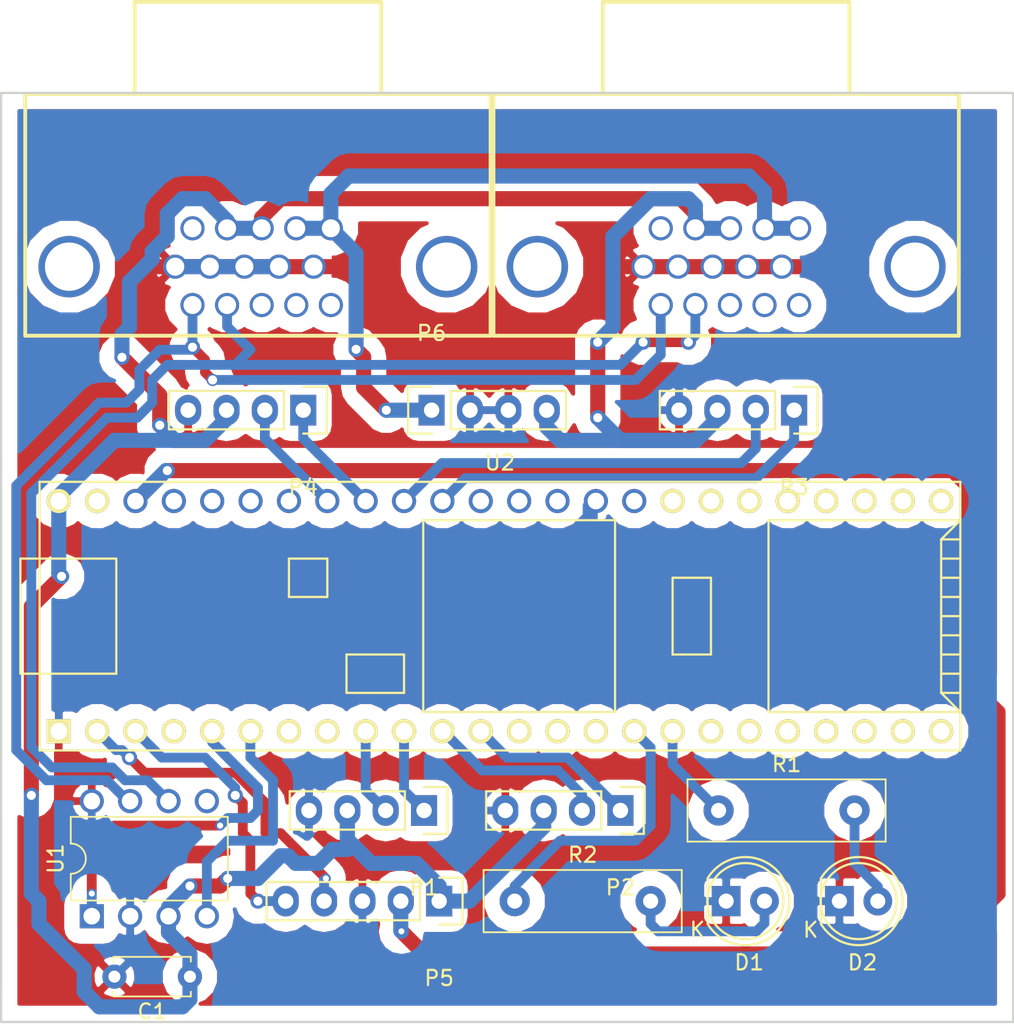
<source format=kicad_pcb>
(kicad_pcb (version 4) (host pcbnew 4.0.5)

  (general
    (links 62)
    (no_connects 2)
    (area 148.924999 75.146999 216.075001 143.385)
    (thickness 1.6)
    (drawings 11)
    (tracks 268)
    (zones 0)
    (modules 15)
    (nets 64)
  )

  (page A4)
  (layers
    (0 F.Cu signal)
    (31 B.Cu signal)
    (32 B.Adhes user)
    (33 F.Adhes user)
    (34 B.Paste user)
    (35 F.Paste user)
    (36 B.SilkS user)
    (37 F.SilkS user)
    (38 B.Mask user)
    (39 F.Mask user)
    (40 Dwgs.User user)
    (41 Cmts.User user)
    (42 Eco1.User user)
    (43 Eco2.User user)
    (44 Edge.Cuts user)
    (45 Margin user)
    (46 B.CrtYd user)
    (47 F.CrtYd user)
    (48 B.Fab user)
    (49 F.Fab user)
  )

  (setup
    (last_trace_width 0.65)
    (trace_clearance 0.2)
    (zone_clearance 1)
    (zone_45_only yes)
    (trace_min 0.2)
    (segment_width 0.2)
    (edge_width 0.15)
    (via_size 1)
    (via_drill 0.6)
    (via_min_size 0.4)
    (via_min_drill 0.3)
    (uvia_size 0.3)
    (uvia_drill 0.1)
    (uvias_allowed no)
    (uvia_min_size 0.2)
    (uvia_min_drill 0.1)
    (pcb_text_width 0.3)
    (pcb_text_size 1.5 1.5)
    (mod_edge_width 0.15)
    (mod_text_size 1 1)
    (mod_text_width 0.15)
    (pad_size 1.524 1.524)
    (pad_drill 0.762)
    (pad_to_mask_clearance 0.2)
    (aux_axis_origin 0 0)
    (visible_elements FFFFFF7F)
    (pcbplotparams
      (layerselection 0x01030_80000001)
      (usegerberextensions false)
      (excludeedgelayer true)
      (linewidth 0.100000)
      (plotframeref false)
      (viasonmask false)
      (mode 1)
      (useauxorigin false)
      (hpglpennumber 1)
      (hpglpenspeed 20)
      (hpglpendiameter 15)
      (hpglpenoverlay 2)
      (psnegative false)
      (psa4output false)
      (plotreference false)
      (plotvalue false)
      (plotinvisibletext false)
      (padsonsilk false)
      (subtractmaskfromsilk false)
      (outputformat 1)
      (mirror false)
      (drillshape 0)
      (scaleselection 1)
      (outputdirectory Gerbers/))
  )

  (net 0 "")
  (net 1 GND)
  (net 2 "Net-(D1-Pad2)")
  (net 3 "Net-(D2-Pad2)")
  (net 4 "Net-(J1-Pad0)")
  (net 5 +12V)
  (net 6 +5V)
  (net 7 "Net-(J1-Pad11)")
  (net 8 "Net-(J1-Pad5)")
  (net 9 "Net-(J1-Pad4)")
  (net 10 "Net-(J1-Pad3)")
  (net 11 /CANL)
  (net 12 /CANH)
  (net 13 "Net-(J2-Pad0)")
  (net 14 "Net-(J2-Pad11)")
  (net 15 "Net-(J2-Pad5)")
  (net 16 "Net-(J2-Pad4)")
  (net 17 "Net-(J2-Pad3)")
  (net 18 /B1)
  (net 19 /A1)
  (net 20 /B2)
  (net 21 /A2)
  (net 22 /A3)
  (net 23 /B3)
  (net 24 /A4)
  (net 25 /B4)
  (net 26 +3V3)
  (net 27 /Tx)
  (net 28 /Rx)
  (net 29 /CAN_Tx)
  (net 30 "Net-(U1-Pad5)")
  (net 31 /CAN_Rx)
  (net 32 "Net-(R1-Pad1)")
  (net 33 "Net-(U2-Pad18)")
  (net 34 "Net-(U2-Pad19)")
  (net 35 "Net-(U2-Pad20)")
  (net 36 "Net-(R2-Pad1)")
  (net 37 "Net-(U2-Pad15)")
  (net 38 "Net-(U2-Pad14)")
  (net 39 "Net-(U2-Pad21)")
  (net 40 "Net-(U2-Pad22)")
  (net 41 "Net-(U2-Pad23)")
  (net 42 "Net-(U2-Pad24)")
  (net 43 "Net-(U2-Pad30)")
  (net 44 "Net-(U2-Pad31)")
  (net 45 "Net-(U2-Pad32)")
  (net 46 "Net-(U2-Pad33)")
  (net 47 "Net-(U2-Pad34)")
  (net 48 "Net-(U2-Pad35)")
  (net 49 "Net-(U2-Pad36)")
  (net 50 "Net-(U2-Pad37)")
  (net 51 "Net-(U2-Pad13)")
  (net 52 "Net-(U2-Pad8)")
  (net 53 "Net-(U2-Pad7)")
  (net 54 "Net-(U2-Pad4)")
  (net 55 "Net-(U2-Pad38)")
  (net 56 "Net-(U2-Pad40)")
  (net 57 "Net-(U2-Pad41)")
  (net 58 "Net-(U2-Pad42)")
  (net 59 "Net-(U2-Pad47)")
  (net 60 "Net-(U2-Pad48)")
  (net 61 "Net-(U2-Pad49)")
  (net 62 "Net-(U2-Pad50)")
  (net 63 "Net-(U2-Pad52)")

  (net_class Default "This is the default net class."
    (clearance 0.2)
    (trace_width 0.65)
    (via_dia 1)
    (via_drill 0.6)
    (uvia_dia 0.3)
    (uvia_drill 0.1)
    (add_net /A1)
    (add_net /A2)
    (add_net /A3)
    (add_net /A4)
    (add_net /B1)
    (add_net /B2)
    (add_net /B3)
    (add_net /B4)
    (add_net /CANH)
    (add_net /CANL)
    (add_net /CAN_Rx)
    (add_net /CAN_Tx)
    (add_net /Rx)
    (add_net /Tx)
    (add_net "Net-(D1-Pad2)")
    (add_net "Net-(D2-Pad2)")
    (add_net "Net-(J1-Pad0)")
    (add_net "Net-(J1-Pad11)")
    (add_net "Net-(J1-Pad3)")
    (add_net "Net-(J1-Pad4)")
    (add_net "Net-(J1-Pad5)")
    (add_net "Net-(J2-Pad0)")
    (add_net "Net-(J2-Pad11)")
    (add_net "Net-(J2-Pad3)")
    (add_net "Net-(J2-Pad4)")
    (add_net "Net-(J2-Pad5)")
    (add_net "Net-(R1-Pad1)")
    (add_net "Net-(R2-Pad1)")
    (add_net "Net-(U1-Pad5)")
    (add_net "Net-(U2-Pad13)")
    (add_net "Net-(U2-Pad14)")
    (add_net "Net-(U2-Pad15)")
    (add_net "Net-(U2-Pad18)")
    (add_net "Net-(U2-Pad19)")
    (add_net "Net-(U2-Pad20)")
    (add_net "Net-(U2-Pad21)")
    (add_net "Net-(U2-Pad22)")
    (add_net "Net-(U2-Pad23)")
    (add_net "Net-(U2-Pad24)")
    (add_net "Net-(U2-Pad30)")
    (add_net "Net-(U2-Pad31)")
    (add_net "Net-(U2-Pad32)")
    (add_net "Net-(U2-Pad33)")
    (add_net "Net-(U2-Pad34)")
    (add_net "Net-(U2-Pad35)")
    (add_net "Net-(U2-Pad36)")
    (add_net "Net-(U2-Pad37)")
    (add_net "Net-(U2-Pad38)")
    (add_net "Net-(U2-Pad4)")
    (add_net "Net-(U2-Pad40)")
    (add_net "Net-(U2-Pad41)")
    (add_net "Net-(U2-Pad42)")
    (add_net "Net-(U2-Pad47)")
    (add_net "Net-(U2-Pad48)")
    (add_net "Net-(U2-Pad49)")
    (add_net "Net-(U2-Pad50)")
    (add_net "Net-(U2-Pad52)")
    (add_net "Net-(U2-Pad7)")
    (add_net "Net-(U2-Pad8)")
  )

  (net_class Power ""
    (clearance 0.2)
    (trace_width 1)
    (via_dia 1)
    (via_drill 0.6)
    (uvia_dia 0.3)
    (uvia_drill 0.1)
    (add_net +12V)
    (add_net +3V3)
    (add_net +5V)
    (add_net GND)
  )

  (module Teensy:Teensy35_36_LessPins (layer F.Cu) (tedit 587A696D) (tstamp 587A72E1)
    (at 182.025001 116.135)
    (path /58797DB9)
    (fp_text reference U2 (at 0 -10.16) (layer F.SilkS)
      (effects (font (size 1 1) (thickness 0.15)))
    )
    (fp_text value Teensy3.6 (at 0 10.16) (layer F.Fab)
      (effects (font (size 1 1) (thickness 0.15)))
    )
    (fp_line (start -13.97 -3.81) (end -13.97 -1.27) (layer F.SilkS) (width 0.15))
    (fp_line (start -13.97 -1.27) (end -11.43 -1.27) (layer F.SilkS) (width 0.15))
    (fp_line (start -11.43 -1.27) (end -11.43 -3.81) (layer F.SilkS) (width 0.15))
    (fp_line (start -11.43 -3.81) (end -13.97 -3.81) (layer F.SilkS) (width 0.15))
    (fp_line (start -6.35 5.08) (end -10.16 5.08) (layer F.SilkS) (width 0.15))
    (fp_line (start -10.16 5.08) (end -10.16 2.54) (layer F.SilkS) (width 0.15))
    (fp_line (start -10.16 2.54) (end -6.35 2.54) (layer F.SilkS) (width 0.15))
    (fp_line (start -6.35 2.54) (end -6.35 5.08) (layer F.SilkS) (width 0.15))
    (fp_line (start 7.62 6.35) (end 7.62 -6.35) (layer F.SilkS) (width 0.15))
    (fp_line (start -5.08 -6.35) (end -5.08 6.35) (layer F.SilkS) (width 0.15))
    (fp_line (start -5.08 6.35) (end 7.62 6.35) (layer F.SilkS) (width 0.15))
    (fp_line (start -5.08 -6.35) (end 7.62 -6.35) (layer F.SilkS) (width 0.15))
    (fp_line (start 29.21 5.08) (end 30.48 5.08) (layer F.SilkS) (width 0.15))
    (fp_line (start 29.21 3.81) (end 30.48 3.81) (layer F.SilkS) (width 0.15))
    (fp_line (start 29.21 2.54) (end 30.48 2.54) (layer F.SilkS) (width 0.15))
    (fp_line (start 29.21 1.27) (end 30.48 1.27) (layer F.SilkS) (width 0.15))
    (fp_line (start 29.21 0) (end 30.48 0) (layer F.SilkS) (width 0.15))
    (fp_line (start 29.21 -1.27) (end 30.48 -1.27) (layer F.SilkS) (width 0.15))
    (fp_line (start 29.21 -2.54) (end 30.48 -2.54) (layer F.SilkS) (width 0.15))
    (fp_line (start 29.21 -3.81) (end 30.48 -3.81) (layer F.SilkS) (width 0.15))
    (fp_line (start 29.21 -5.08) (end 30.48 -5.08) (layer F.SilkS) (width 0.15))
    (fp_line (start 30.48 6.35) (end 29.21 5.08) (layer F.SilkS) (width 0.15))
    (fp_line (start 29.21 5.08) (end 29.21 -5.08) (layer F.SilkS) (width 0.15))
    (fp_line (start 29.21 -5.08) (end 30.48 -6.35) (layer F.SilkS) (width 0.15))
    (fp_line (start 30.48 -6.35) (end 17.78 -6.35) (layer F.SilkS) (width 0.15))
    (fp_line (start 17.78 -6.35) (end 17.78 6.35) (layer F.SilkS) (width 0.15))
    (fp_line (start 17.78 6.35) (end 30.48 6.35) (layer F.SilkS) (width 0.15))
    (fp_line (start 30.48 -8.89) (end -30.48 -8.89) (layer F.SilkS) (width 0.15))
    (fp_line (start -30.48 8.89) (end 30.48 8.89) (layer F.SilkS) (width 0.15))
    (fp_line (start -30.48 3.81) (end -31.75 3.81) (layer F.SilkS) (width 0.15))
    (fp_line (start -31.75 3.81) (end -31.75 -3.81) (layer F.SilkS) (width 0.15))
    (fp_line (start -31.75 -3.81) (end -30.48 -3.81) (layer F.SilkS) (width 0.15))
    (fp_line (start -25.4 3.81) (end -25.4 -3.81) (layer F.SilkS) (width 0.15))
    (fp_line (start -25.4 -3.81) (end -30.48 -3.81) (layer F.SilkS) (width 0.15))
    (fp_line (start -25.4 3.81) (end -30.48 3.81) (layer F.SilkS) (width 0.15))
    (fp_line (start 13.97 -2.54) (end 13.97 2.54) (layer F.SilkS) (width 0.15))
    (fp_line (start 13.97 2.54) (end 11.43 2.54) (layer F.SilkS) (width 0.15))
    (fp_line (start 11.43 2.54) (end 11.43 -2.54) (layer F.SilkS) (width 0.15))
    (fp_line (start 11.43 -2.54) (end 13.97 -2.54) (layer F.SilkS) (width 0.15))
    (fp_line (start 30.48 -8.89) (end 30.48 8.89) (layer F.SilkS) (width 0.15))
    (fp_line (start -30.48 8.89) (end -30.48 -8.89) (layer F.SilkS) (width 0.15))
    (pad 17 thru_hole circle (at 11.43 7.62) (size 1.6 1.6) (drill 1.1) (layers *.Cu *.Mask F.SilkS)
      (net 32 "Net-(R1-Pad1)"))
    (pad 18 thru_hole circle (at 13.97 7.62) (size 1.6 1.6) (drill 1.1) (layers *.Cu *.Mask F.SilkS)
      (net 33 "Net-(U2-Pad18)"))
    (pad 19 thru_hole circle (at 16.51 7.62) (size 1.6 1.6) (drill 1.1) (layers *.Cu *.Mask F.SilkS)
      (net 34 "Net-(U2-Pad19)"))
    (pad 20 thru_hole circle (at 19.05 7.62) (size 1.6 1.6) (drill 1.1) (layers *.Cu *.Mask F.SilkS)
      (net 35 "Net-(U2-Pad20)"))
    (pad 16 thru_hole circle (at 8.89 7.62) (size 1.6 1.6) (drill 1.1) (layers *.Cu *.Mask F.SilkS)
      (net 36 "Net-(R2-Pad1)"))
    (pad 15 thru_hole circle (at 6.35 7.62) (size 1.6 1.6) (drill 1.1) (layers *.Cu *.Mask F.SilkS)
      (net 37 "Net-(U2-Pad15)"))
    (pad 14 thru_hole circle (at 3.81 7.62) (size 1.6 1.6) (drill 1.1) (layers *.Cu *.Mask F.SilkS)
      (net 38 "Net-(U2-Pad14)"))
    (pad 21 thru_hole circle (at 21.59 7.62) (size 1.6 1.6) (drill 1.1) (layers *.Cu *.Mask F.SilkS)
      (net 39 "Net-(U2-Pad21)"))
    (pad 22 thru_hole circle (at 24.13 7.62) (size 1.6 1.6) (drill 1.1) (layers *.Cu *.Mask F.SilkS)
      (net 40 "Net-(U2-Pad22)"))
    (pad 23 thru_hole circle (at 26.67 7.62) (size 1.6 1.6) (drill 1.1) (layers *.Cu *.Mask F.SilkS)
      (net 41 "Net-(U2-Pad23)"))
    (pad 24 thru_hole circle (at 29.21 7.62) (size 1.6 1.6) (drill 1.1) (layers *.Cu *.Mask F.SilkS)
      (net 42 "Net-(U2-Pad24)"))
    (pad 30 thru_hole circle (at 29.21 -7.62) (size 1.6 1.6) (drill 1.1) (layers *.Cu *.Mask F.SilkS)
      (net 43 "Net-(U2-Pad30)"))
    (pad 31 thru_hole circle (at 26.67 -7.62) (size 1.6 1.6) (drill 1.1) (layers *.Cu *.Mask F.SilkS)
      (net 44 "Net-(U2-Pad31)"))
    (pad 32 thru_hole circle (at 24.13 -7.62) (size 1.6 1.6) (drill 1.1) (layers *.Cu *.Mask F.SilkS)
      (net 45 "Net-(U2-Pad32)"))
    (pad 33 thru_hole circle (at 21.59 -7.62) (size 1.6 1.6) (drill 1.1) (layers *.Cu *.Mask F.SilkS)
      (net 46 "Net-(U2-Pad33)"))
    (pad 34 thru_hole circle (at 19.05 -7.62) (size 1.6 1.6) (drill 1.1) (layers *.Cu *.Mask F.SilkS)
      (net 47 "Net-(U2-Pad34)"))
    (pad 35 thru_hole circle (at 16.51 -7.62) (size 1.6 1.6) (drill 1.1) (layers *.Cu *.Mask F.SilkS)
      (net 48 "Net-(U2-Pad35)"))
    (pad 36 thru_hole circle (at 13.97 -7.62) (size 1.6 1.6) (drill 1.1) (layers *.Cu *.Mask F.SilkS)
      (net 49 "Net-(U2-Pad36)"))
    (pad 37 thru_hole circle (at 11.43 -7.62) (size 1.6 1.6) (drill 1.1) (layers *.Cu *.Mask F.SilkS)
      (net 50 "Net-(U2-Pad37)"))
    (pad 13 thru_hole circle (at 1.27 7.62) (size 1.6 1.6) (drill 1.1) (layers *.Cu *.Mask F.SilkS)
      (net 51 "Net-(U2-Pad13)"))
    (pad 12 thru_hole circle (at -1.27 7.62) (size 1.6 1.6) (drill 1.1) (layers *.Cu *.Mask F.SilkS)
      (net 20 /B2))
    (pad 11 thru_hole circle (at -3.81 7.62) (size 1.6 1.6) (drill 1.1) (layers *.Cu *.Mask F.SilkS)
      (net 21 /A2))
    (pad 10 thru_hole circle (at -6.35 7.62) (size 1.6 1.6) (drill 1.1) (layers *.Cu *.Mask F.SilkS)
      (net 18 /B1))
    (pad 9 thru_hole circle (at -8.89 7.62) (size 1.6 1.6) (drill 1.1) (layers *.Cu *.Mask F.SilkS)
      (net 19 /A1))
    (pad 8 thru_hole circle (at -11.43 7.62) (size 1.6 1.6) (drill 1.1) (layers *.Cu *.Mask F.SilkS)
      (net 52 "Net-(U2-Pad8)"))
    (pad 7 thru_hole circle (at -13.97 7.62) (size 1.6 1.6) (drill 1.1) (layers *.Cu *.Mask F.SilkS)
      (net 53 "Net-(U2-Pad7)"))
    (pad 6 thru_hole circle (at -16.51 7.62) (size 1.6 1.6) (drill 1.1) (layers *.Cu *.Mask F.SilkS)
      (net 31 /CAN_Rx))
    (pad 5 thru_hole circle (at -19.05 7.62) (size 1.6 1.6) (drill 1.1) (layers *.Cu *.Mask F.SilkS)
      (net 29 /CAN_Tx))
    (pad 4 thru_hole circle (at -21.59 7.62) (size 1.6 1.6) (drill 1.1) (layers *.Cu *.Mask F.SilkS)
      (net 54 "Net-(U2-Pad4)"))
    (pad 3 thru_hole circle (at -24.13 7.62) (size 1.6 1.6) (drill 1.1) (layers *.Cu *.Mask F.SilkS)
      (net 28 /Rx))
    (pad 2 thru_hole circle (at -26.67 7.62) (size 1.6 1.6) (drill 1.1) (layers *.Cu *.Mask F.SilkS)
      (net 27 /Tx))
    (pad 1 thru_hole rect (at -29.21 7.62) (size 1.6 1.6) (drill 1.1) (layers *.Cu *.Mask F.SilkS)
      (net 1 GND))
    (pad 38 thru_hole circle (at 8.89 -7.62) (size 1.6 1.6) (drill 1.1) (layers *.Cu *.Mask)
      (net 55 "Net-(U2-Pad38)"))
    (pad 39 thru_hole circle (at 6.35 -7.62) (size 1.6 1.6) (drill 1.1) (layers *.Cu *.Mask)
      (net 1 GND))
    (pad 40 thru_hole circle (at 3.81 -7.62) (size 1.6 1.6) (drill 1.1) (layers *.Cu *.Mask)
      (net 56 "Net-(U2-Pad40)"))
    (pad 41 thru_hole circle (at 1.27 -7.62) (size 1.6 1.6) (drill 1.1) (layers *.Cu *.Mask)
      (net 57 "Net-(U2-Pad41)"))
    (pad 42 thru_hole circle (at -1.27 -7.62) (size 1.6 1.6) (drill 1.1) (layers *.Cu *.Mask)
      (net 58 "Net-(U2-Pad42)"))
    (pad 43 thru_hole circle (at -3.81 -7.62) (size 1.6 1.6) (drill 1.1) (layers *.Cu *.Mask)
      (net 22 /A3))
    (pad 44 thru_hole circle (at -6.35 -7.62) (size 1.6 1.6) (drill 1.1) (layers *.Cu *.Mask)
      (net 23 /B3))
    (pad 45 thru_hole circle (at -8.89 -7.62) (size 1.6 1.6) (drill 1.1) (layers *.Cu *.Mask)
      (net 24 /A4))
    (pad 46 thru_hole circle (at -11.43 -7.62) (size 1.6 1.6) (drill 1.1) (layers *.Cu *.Mask)
      (net 25 /B4))
    (pad 47 thru_hole circle (at -13.97 -7.62) (size 1.6 1.6) (drill 1.1) (layers *.Cu *.Mask)
      (net 59 "Net-(U2-Pad47)"))
    (pad 48 thru_hole circle (at -16.51 -7.62) (size 1.6 1.6) (drill 1.1) (layers *.Cu *.Mask)
      (net 60 "Net-(U2-Pad48)"))
    (pad 49 thru_hole circle (at -19.05 -7.62) (size 1.6 1.6) (drill 1.1) (layers *.Cu *.Mask)
      (net 61 "Net-(U2-Pad49)"))
    (pad 50 thru_hole circle (at -21.59 -7.62) (size 1.6 1.6) (drill 1.1) (layers *.Cu *.Mask)
      (net 62 "Net-(U2-Pad50)"))
    (pad 51 thru_hole circle (at -24.13 -7.62) (size 1.6 1.6) (drill 1.1) (layers *.Cu *.Mask)
      (net 26 +3V3))
    (pad 52 thru_hole circle (at -26.67 -7.62) (size 1.6 1.6) (drill 1.1) (layers *.Cu *.Mask F.SilkS)
      (net 63 "Net-(U2-Pad52)"))
    (pad 53 thru_hole circle (at -29.21 -7.62) (size 1.6 1.6) (drill 1.1) (layers *.Cu *.Mask F.SilkS)
      (net 6 +5V))
  )

  (module Socket_Strips:Socket_Strip_Straight_1x04 (layer F.Cu) (tedit 0) (tstamp 587A7298)
    (at 169 102.5 180)
    (descr "Through hole socket strip")
    (tags "socket strip")
    (path /587A5D0B)
    (fp_text reference P4 (at 0 -5.1 180) (layer F.SilkS)
      (effects (font (size 1 1) (thickness 0.15)))
    )
    (fp_text value CONN_01X04 (at 0 -3.1 180) (layer F.Fab)
      (effects (font (size 1 1) (thickness 0.15)))
    )
    (fp_line (start -1.75 -1.75) (end -1.75 1.75) (layer F.CrtYd) (width 0.05))
    (fp_line (start 9.4 -1.75) (end 9.4 1.75) (layer F.CrtYd) (width 0.05))
    (fp_line (start -1.75 -1.75) (end 9.4 -1.75) (layer F.CrtYd) (width 0.05))
    (fp_line (start -1.75 1.75) (end 9.4 1.75) (layer F.CrtYd) (width 0.05))
    (fp_line (start 1.27 -1.27) (end 8.89 -1.27) (layer F.SilkS) (width 0.15))
    (fp_line (start 1.27 1.27) (end 8.89 1.27) (layer F.SilkS) (width 0.15))
    (fp_line (start -1.55 1.55) (end 0 1.55) (layer F.SilkS) (width 0.15))
    (fp_line (start 8.89 -1.27) (end 8.89 1.27) (layer F.SilkS) (width 0.15))
    (fp_line (start 1.27 1.27) (end 1.27 -1.27) (layer F.SilkS) (width 0.15))
    (fp_line (start 0 -1.55) (end -1.55 -1.55) (layer F.SilkS) (width 0.15))
    (fp_line (start -1.55 -1.55) (end -1.55 1.55) (layer F.SilkS) (width 0.15))
    (pad 1 thru_hole rect (at 0 0 180) (size 1.7272 2.032) (drill 1.016) (layers *.Cu *.Mask)
      (net 24 /A4))
    (pad 2 thru_hole oval (at 2.54 0 180) (size 1.7272 2.032) (drill 1.016) (layers *.Cu *.Mask)
      (net 25 /B4))
    (pad 3 thru_hole oval (at 5.08 0 180) (size 1.7272 2.032) (drill 1.016) (layers *.Cu *.Mask)
      (net 6 +5V))
    (pad 4 thru_hole oval (at 7.62 0 180) (size 1.7272 2.032) (drill 1.016) (layers *.Cu *.Mask)
      (net 1 GND))
    (model Socket_Strips.3dshapes/Socket_Strip_Straight_1x04.wrl
      (at (xyz 0.15 0 0))
      (scale (xyz 1 1 1))
      (rotate (xyz 0 0 180))
    )
  )

  (module LEDs:LED-5MM (layer F.Cu) (tedit 5570F7EA) (tstamp 587A7248)
    (at 197 135)
    (descr "LED 5mm round vertical")
    (tags "LED 5mm round vertical")
    (path /5872B4E8)
    (fp_text reference D1 (at 1.524 4.064) (layer F.SilkS)
      (effects (font (size 1 1) (thickness 0.15)))
    )
    (fp_text value LED (at 1.524 -3.937) (layer F.Fab)
      (effects (font (size 1 1) (thickness 0.15)))
    )
    (fp_line (start -1.5 -1.55) (end -1.5 1.55) (layer F.CrtYd) (width 0.05))
    (fp_arc (start 1.3 0) (end -1.5 1.55) (angle -302) (layer F.CrtYd) (width 0.05))
    (fp_arc (start 1.27 0) (end -1.23 -1.5) (angle 297.5) (layer F.SilkS) (width 0.15))
    (fp_line (start -1.23 1.5) (end -1.23 -1.5) (layer F.SilkS) (width 0.15))
    (fp_circle (center 1.27 0) (end 0.97 -2.5) (layer F.SilkS) (width 0.15))
    (fp_text user K (at -1.905 1.905) (layer F.SilkS)
      (effects (font (size 1 1) (thickness 0.15)))
    )
    (pad 1 thru_hole rect (at 0 0 90) (size 2 1.9) (drill 1.00076) (layers *.Cu *.Mask)
      (net 1 GND))
    (pad 2 thru_hole circle (at 2.54 0) (size 1.9 1.9) (drill 1.00076) (layers *.Cu *.Mask)
      (net 2 "Net-(D1-Pad2)"))
    (model LEDs.3dshapes/LED-5MM.wrl
      (at (xyz 0.05 0 0))
      (scale (xyz 1 1 1))
      (rotate (xyz 0 0 90))
    )
  )

  (module LEDs:LED-5MM (layer F.Cu) (tedit 5570F7EA) (tstamp 587A724E)
    (at 204.5 135)
    (descr "LED 5mm round vertical")
    (tags "LED 5mm round vertical")
    (path /5872B515)
    (fp_text reference D2 (at 1.524 4.064) (layer F.SilkS)
      (effects (font (size 1 1) (thickness 0.15)))
    )
    (fp_text value LED (at 1.524 -3.937) (layer F.Fab)
      (effects (font (size 1 1) (thickness 0.15)))
    )
    (fp_line (start -1.5 -1.55) (end -1.5 1.55) (layer F.CrtYd) (width 0.05))
    (fp_arc (start 1.3 0) (end -1.5 1.55) (angle -302) (layer F.CrtYd) (width 0.05))
    (fp_arc (start 1.27 0) (end -1.23 -1.5) (angle 297.5) (layer F.SilkS) (width 0.15))
    (fp_line (start -1.23 1.5) (end -1.23 -1.5) (layer F.SilkS) (width 0.15))
    (fp_circle (center 1.27 0) (end 0.97 -2.5) (layer F.SilkS) (width 0.15))
    (fp_text user K (at -1.905 1.905) (layer F.SilkS)
      (effects (font (size 1 1) (thickness 0.15)))
    )
    (pad 1 thru_hole rect (at 0 0 90) (size 2 1.9) (drill 1.00076) (layers *.Cu *.Mask)
      (net 1 GND))
    (pad 2 thru_hole circle (at 2.54 0) (size 1.9 1.9) (drill 1.00076) (layers *.Cu *.Mask)
      (net 3 "Net-(D2-Pad2)"))
    (model LEDs.3dshapes/LED-5MM.wrl
      (at (xyz 0.05 0 0))
      (scale (xyz 1 1 1))
      (rotate (xyz 0 0 90))
    )
  )

  (module conn-db15-SPC15430:conn_SPC15430 (layer F.Cu) (tedit 0) (tstamp 587A7263)
    (at 166 93)
    (path /5872B226)
    (fp_text reference J1 (at -8.6487 -6.9088) (layer F.SilkS) hide
      (effects (font (size 0.59944 0.59944) (thickness 0.0508)))
    )
    (fp_text value DB15_HighDensity_MountingHoles (at 6.858 -6.7945) (layer F.SilkS) hide
      (effects (font (size 0.59944 0.59944) (thickness 0.0508)))
    )
    (fp_line (start -8.1661 -17.526) (end -8.1661 -11.43) (layer F.SilkS) (width 0.254))
    (fp_line (start -8.1661 -17.526) (end 8.1661 -17.526) (layer F.SilkS) (width 0.254))
    (fp_line (start 8.1661 -17.526) (end 8.1661 -11.43) (layer F.SilkS) (width 0.254))
    (fp_line (start -15.4051 -11.43) (end 15.4051 -11.43) (layer F.SilkS) (width 0.254))
    (fp_line (start 15.4051 -11.43) (end 15.4051 4.572) (layer F.SilkS) (width 0.254))
    (fp_line (start 15.4051 4.572) (end -15.4051 4.572) (layer F.SilkS) (width 0.254))
    (fp_line (start -15.4051 -11.43) (end -15.4051 4.572) (layer F.SilkS) (width 0.254))
    (pad 0 thru_hole circle (at -12.49934 0) (size 4.064 4.064) (drill 3.2004) (layers *.Cu *.Mask)
      (net 4 "Net-(J1-Pad0)"))
    (pad 0 thru_hole circle (at 12.49934 0) (size 4.064 4.064) (drill 3.2004) (layers *.Cu *.Mask)
      (net 4 "Net-(J1-Pad0)"))
    (pad 15 thru_hole circle (at 4.83 -2.54) (size 1.6002 1.6002) (drill 1.19126) (layers *.Cu *.Mask)
      (net 5 +12V))
    (pad 10 thru_hole circle (at 3.685 0) (size 1.6002 1.6002) (drill 1.19126) (layers *.Cu *.Mask)
      (net 1 GND))
    (pad 14 thru_hole circle (at 2.54 -2.54) (size 1.6002 1.6002) (drill 1.19126) (layers *.Cu *.Mask)
      (net 5 +12V))
    (pad 13 thru_hole circle (at 0.25 -2.54) (size 1.6002 1.6002) (drill 1.19126) (layers *.Cu *.Mask)
      (net 6 +5V))
    (pad 12 thru_hole circle (at -2.04 -2.54) (size 1.6002 1.6002) (drill 1.19126) (layers *.Cu *.Mask)
      (net 6 +5V))
    (pad 11 thru_hole circle (at -4.33 -2.54) (size 1.6002 1.6002) (drill 1.19126) (layers *.Cu *.Mask)
      (net 7 "Net-(J1-Pad11)"))
    (pad 9 thru_hole circle (at 1.395 0) (size 1.6002 1.6002) (drill 1.19126) (layers *.Cu *.Mask)
      (net 1 GND))
    (pad 8 thru_hole circle (at -0.895 0) (size 1.6002 1.6002) (drill 1.19126) (layers *.Cu *.Mask)
      (net 1 GND))
    (pad 7 thru_hole circle (at -3.185 0) (size 1.6002 1.6002) (drill 1.19126) (layers *.Cu *.Mask)
      (net 1 GND))
    (pad 6 thru_hole circle (at -5.475 0) (size 1.6002 1.6002) (drill 1.2) (layers *.Cu *.Mask)
      (net 1 GND))
    (pad 5 thru_hole circle (at 4.83 2.54) (size 1.6002 1.6002) (drill 1.19126) (layers *.Cu *.Mask)
      (net 8 "Net-(J1-Pad5)"))
    (pad 4 thru_hole circle (at 2.54 2.54) (size 1.6002 1.6002) (drill 1.19126) (layers *.Cu *.Mask)
      (net 9 "Net-(J1-Pad4)"))
    (pad 3 thru_hole circle (at 0.25 2.54) (size 1.6002 1.6002) (drill 1.19126) (layers *.Cu *.Mask)
      (net 10 "Net-(J1-Pad3)"))
    (pad 2 thru_hole circle (at -2.04 2.54) (size 1.6002 1.6002) (drill 1.19126) (layers *.Cu *.Mask)
      (net 11 /CANL))
    (pad 1 thru_hole circle (at -4.33 2.54) (size 1.6002 1.6002) (drill 1.19126) (layers *.Cu *.Mask)
      (net 12 /CANH))
    (model conn_spc15430.wrl
      (at (xyz 0 0 0))
      (scale (xyz 1 1 1))
      (rotate (xyz 0 0 0))
    )
  )

  (module conn-db15-SPC15430:conn_SPC15430 (layer F.Cu) (tedit 0) (tstamp 587A7278)
    (at 197 93)
    (path /5872CC77)
    (fp_text reference J2 (at -8.6487 -6.9088) (layer F.SilkS) hide
      (effects (font (size 0.59944 0.59944) (thickness 0.0508)))
    )
    (fp_text value DB15_HighDensity_MountingHoles (at 6.858 -6.7945) (layer F.SilkS) hide
      (effects (font (size 0.59944 0.59944) (thickness 0.0508)))
    )
    (fp_line (start -8.1661 -17.526) (end -8.1661 -11.43) (layer F.SilkS) (width 0.254))
    (fp_line (start -8.1661 -17.526) (end 8.1661 -17.526) (layer F.SilkS) (width 0.254))
    (fp_line (start 8.1661 -17.526) (end 8.1661 -11.43) (layer F.SilkS) (width 0.254))
    (fp_line (start -15.4051 -11.43) (end 15.4051 -11.43) (layer F.SilkS) (width 0.254))
    (fp_line (start 15.4051 -11.43) (end 15.4051 4.572) (layer F.SilkS) (width 0.254))
    (fp_line (start 15.4051 4.572) (end -15.4051 4.572) (layer F.SilkS) (width 0.254))
    (fp_line (start -15.4051 -11.43) (end -15.4051 4.572) (layer F.SilkS) (width 0.254))
    (pad 0 thru_hole circle (at -12.49934 0) (size 4.064 4.064) (drill 3.2004) (layers *.Cu *.Mask)
      (net 13 "Net-(J2-Pad0)"))
    (pad 0 thru_hole circle (at 12.49934 0) (size 4.064 4.064) (drill 3.2004) (layers *.Cu *.Mask)
      (net 13 "Net-(J2-Pad0)"))
    (pad 15 thru_hole circle (at 4.83 -2.54) (size 1.6002 1.6002) (drill 1.19126) (layers *.Cu *.Mask)
      (net 5 +12V))
    (pad 10 thru_hole circle (at 3.685 0) (size 1.6002 1.6002) (drill 1.19126) (layers *.Cu *.Mask)
      (net 1 GND))
    (pad 14 thru_hole circle (at 2.54 -2.54) (size 1.6002 1.6002) (drill 1.19126) (layers *.Cu *.Mask)
      (net 5 +12V))
    (pad 13 thru_hole circle (at 0.25 -2.54) (size 1.6002 1.6002) (drill 1.19126) (layers *.Cu *.Mask)
      (net 6 +5V))
    (pad 12 thru_hole circle (at -2.04 -2.54) (size 1.6002 1.6002) (drill 1.19126) (layers *.Cu *.Mask)
      (net 6 +5V))
    (pad 11 thru_hole circle (at -4.33 -2.54) (size 1.6002 1.6002) (drill 1.19126) (layers *.Cu *.Mask)
      (net 14 "Net-(J2-Pad11)"))
    (pad 9 thru_hole circle (at 1.395 0) (size 1.6002 1.6002) (drill 1.19126) (layers *.Cu *.Mask)
      (net 1 GND))
    (pad 8 thru_hole circle (at -0.895 0) (size 1.6002 1.6002) (drill 1.19126) (layers *.Cu *.Mask)
      (net 1 GND))
    (pad 7 thru_hole circle (at -3.185 0) (size 1.6002 1.6002) (drill 1.19126) (layers *.Cu *.Mask)
      (net 1 GND))
    (pad 6 thru_hole circle (at -5.475 0) (size 1.6002 1.6002) (drill 1.2) (layers *.Cu *.Mask)
      (net 1 GND))
    (pad 5 thru_hole circle (at 4.83 2.54) (size 1.6002 1.6002) (drill 1.19126) (layers *.Cu *.Mask)
      (net 15 "Net-(J2-Pad5)"))
    (pad 4 thru_hole circle (at 2.54 2.54) (size 1.6002 1.6002) (drill 1.19126) (layers *.Cu *.Mask)
      (net 16 "Net-(J2-Pad4)"))
    (pad 3 thru_hole circle (at 0.25 2.54) (size 1.6002 1.6002) (drill 1.19126) (layers *.Cu *.Mask)
      (net 17 "Net-(J2-Pad3)"))
    (pad 2 thru_hole circle (at -2.04 2.54) (size 1.6002 1.6002) (drill 1.19126) (layers *.Cu *.Mask)
      (net 11 /CANL))
    (pad 1 thru_hole circle (at -4.33 2.54) (size 1.6002 1.6002) (drill 1.19126) (layers *.Cu *.Mask)
      (net 12 /CANH))
    (model conn_spc15430.wrl
      (at (xyz 0 0 0))
      (scale (xyz 1 1 1))
      (rotate (xyz 0 0 0))
    )
  )

  (module Socket_Strips:Socket_Strip_Straight_1x04 (layer F.Cu) (tedit 0) (tstamp 587A7280)
    (at 177 129 180)
    (descr "Through hole socket strip")
    (tags "socket strip")
    (path /587A62EF)
    (fp_text reference P1 (at 0 -5.1 180) (layer F.SilkS)
      (effects (font (size 1 1) (thickness 0.15)))
    )
    (fp_text value CONN_01X04 (at 0 -3.1 180) (layer F.Fab)
      (effects (font (size 1 1) (thickness 0.15)))
    )
    (fp_line (start -1.75 -1.75) (end -1.75 1.75) (layer F.CrtYd) (width 0.05))
    (fp_line (start 9.4 -1.75) (end 9.4 1.75) (layer F.CrtYd) (width 0.05))
    (fp_line (start -1.75 -1.75) (end 9.4 -1.75) (layer F.CrtYd) (width 0.05))
    (fp_line (start -1.75 1.75) (end 9.4 1.75) (layer F.CrtYd) (width 0.05))
    (fp_line (start 1.27 -1.27) (end 8.89 -1.27) (layer F.SilkS) (width 0.15))
    (fp_line (start 1.27 1.27) (end 8.89 1.27) (layer F.SilkS) (width 0.15))
    (fp_line (start -1.55 1.55) (end 0 1.55) (layer F.SilkS) (width 0.15))
    (fp_line (start 8.89 -1.27) (end 8.89 1.27) (layer F.SilkS) (width 0.15))
    (fp_line (start 1.27 1.27) (end 1.27 -1.27) (layer F.SilkS) (width 0.15))
    (fp_line (start 0 -1.55) (end -1.55 -1.55) (layer F.SilkS) (width 0.15))
    (fp_line (start -1.55 -1.55) (end -1.55 1.55) (layer F.SilkS) (width 0.15))
    (pad 1 thru_hole rect (at 0 0 180) (size 1.7272 2.032) (drill 1.016) (layers *.Cu *.Mask)
      (net 18 /B1))
    (pad 2 thru_hole oval (at 2.54 0 180) (size 1.7272 2.032) (drill 1.016) (layers *.Cu *.Mask)
      (net 19 /A1))
    (pad 3 thru_hole oval (at 5.08 0 180) (size 1.7272 2.032) (drill 1.016) (layers *.Cu *.Mask)
      (net 6 +5V))
    (pad 4 thru_hole oval (at 7.62 0 180) (size 1.7272 2.032) (drill 1.016) (layers *.Cu *.Mask)
      (net 1 GND))
    (model Socket_Strips.3dshapes/Socket_Strip_Straight_1x04.wrl
      (at (xyz 0.15 0 0))
      (scale (xyz 1 1 1))
      (rotate (xyz 0 0 180))
    )
  )

  (module Socket_Strips:Socket_Strip_Straight_1x04 (layer F.Cu) (tedit 0) (tstamp 587A7288)
    (at 190 129 180)
    (descr "Through hole socket strip")
    (tags "socket strip")
    (path /587A62AF)
    (fp_text reference P2 (at 0 -5.1 180) (layer F.SilkS)
      (effects (font (size 1 1) (thickness 0.15)))
    )
    (fp_text value CONN_01X04 (at 0 -3.1 180) (layer F.Fab)
      (effects (font (size 1 1) (thickness 0.15)))
    )
    (fp_line (start -1.75 -1.75) (end -1.75 1.75) (layer F.CrtYd) (width 0.05))
    (fp_line (start 9.4 -1.75) (end 9.4 1.75) (layer F.CrtYd) (width 0.05))
    (fp_line (start -1.75 -1.75) (end 9.4 -1.75) (layer F.CrtYd) (width 0.05))
    (fp_line (start -1.75 1.75) (end 9.4 1.75) (layer F.CrtYd) (width 0.05))
    (fp_line (start 1.27 -1.27) (end 8.89 -1.27) (layer F.SilkS) (width 0.15))
    (fp_line (start 1.27 1.27) (end 8.89 1.27) (layer F.SilkS) (width 0.15))
    (fp_line (start -1.55 1.55) (end 0 1.55) (layer F.SilkS) (width 0.15))
    (fp_line (start 8.89 -1.27) (end 8.89 1.27) (layer F.SilkS) (width 0.15))
    (fp_line (start 1.27 1.27) (end 1.27 -1.27) (layer F.SilkS) (width 0.15))
    (fp_line (start 0 -1.55) (end -1.55 -1.55) (layer F.SilkS) (width 0.15))
    (fp_line (start -1.55 -1.55) (end -1.55 1.55) (layer F.SilkS) (width 0.15))
    (pad 1 thru_hole rect (at 0 0 180) (size 1.7272 2.032) (drill 1.016) (layers *.Cu *.Mask)
      (net 20 /B2))
    (pad 2 thru_hole oval (at 2.54 0 180) (size 1.7272 2.032) (drill 1.016) (layers *.Cu *.Mask)
      (net 21 /A2))
    (pad 3 thru_hole oval (at 5.08 0 180) (size 1.7272 2.032) (drill 1.016) (layers *.Cu *.Mask)
      (net 6 +5V))
    (pad 4 thru_hole oval (at 7.62 0 180) (size 1.7272 2.032) (drill 1.016) (layers *.Cu *.Mask)
      (net 1 GND))
    (model Socket_Strips.3dshapes/Socket_Strip_Straight_1x04.wrl
      (at (xyz 0.15 0 0))
      (scale (xyz 1 1 1))
      (rotate (xyz 0 0 180))
    )
  )

  (module Socket_Strips:Socket_Strip_Straight_1x04 (layer F.Cu) (tedit 0) (tstamp 587A7290)
    (at 201.5 102.5 180)
    (descr "Through hole socket strip")
    (tags "socket strip")
    (path /587A6271)
    (fp_text reference P3 (at 0 -5.1 180) (layer F.SilkS)
      (effects (font (size 1 1) (thickness 0.15)))
    )
    (fp_text value CONN_01X04 (at 0 -3.1 180) (layer F.Fab)
      (effects (font (size 1 1) (thickness 0.15)))
    )
    (fp_line (start -1.75 -1.75) (end -1.75 1.75) (layer F.CrtYd) (width 0.05))
    (fp_line (start 9.4 -1.75) (end 9.4 1.75) (layer F.CrtYd) (width 0.05))
    (fp_line (start -1.75 -1.75) (end 9.4 -1.75) (layer F.CrtYd) (width 0.05))
    (fp_line (start -1.75 1.75) (end 9.4 1.75) (layer F.CrtYd) (width 0.05))
    (fp_line (start 1.27 -1.27) (end 8.89 -1.27) (layer F.SilkS) (width 0.15))
    (fp_line (start 1.27 1.27) (end 8.89 1.27) (layer F.SilkS) (width 0.15))
    (fp_line (start -1.55 1.55) (end 0 1.55) (layer F.SilkS) (width 0.15))
    (fp_line (start 8.89 -1.27) (end 8.89 1.27) (layer F.SilkS) (width 0.15))
    (fp_line (start 1.27 1.27) (end 1.27 -1.27) (layer F.SilkS) (width 0.15))
    (fp_line (start 0 -1.55) (end -1.55 -1.55) (layer F.SilkS) (width 0.15))
    (fp_line (start -1.55 -1.55) (end -1.55 1.55) (layer F.SilkS) (width 0.15))
    (pad 1 thru_hole rect (at 0 0 180) (size 1.7272 2.032) (drill 1.016) (layers *.Cu *.Mask)
      (net 22 /A3))
    (pad 2 thru_hole oval (at 2.54 0 180) (size 1.7272 2.032) (drill 1.016) (layers *.Cu *.Mask)
      (net 23 /B3))
    (pad 3 thru_hole oval (at 5.08 0 180) (size 1.7272 2.032) (drill 1.016) (layers *.Cu *.Mask)
      (net 6 +5V))
    (pad 4 thru_hole oval (at 7.62 0 180) (size 1.7272 2.032) (drill 1.016) (layers *.Cu *.Mask)
      (net 1 GND))
    (model Socket_Strips.3dshapes/Socket_Strip_Straight_1x04.wrl
      (at (xyz 0.15 0 0))
      (scale (xyz 1 1 1))
      (rotate (xyz 0 0 180))
    )
  )

  (module Socket_Strips:Socket_Strip_Straight_1x05 (layer F.Cu) (tedit 0) (tstamp 587A72A1)
    (at 178 135 180)
    (descr "Through hole socket strip")
    (tags "socket strip")
    (path /587987CF)
    (fp_text reference P5 (at 0 -5.1 180) (layer F.SilkS)
      (effects (font (size 1 1) (thickness 0.15)))
    )
    (fp_text value CONN_01X05 (at 0 -3.1 180) (layer F.Fab)
      (effects (font (size 1 1) (thickness 0.15)))
    )
    (fp_line (start -1.75 -1.75) (end -1.75 1.75) (layer F.CrtYd) (width 0.05))
    (fp_line (start 11.95 -1.75) (end 11.95 1.75) (layer F.CrtYd) (width 0.05))
    (fp_line (start -1.75 -1.75) (end 11.95 -1.75) (layer F.CrtYd) (width 0.05))
    (fp_line (start -1.75 1.75) (end 11.95 1.75) (layer F.CrtYd) (width 0.05))
    (fp_line (start 1.27 1.27) (end 11.43 1.27) (layer F.SilkS) (width 0.15))
    (fp_line (start 11.43 1.27) (end 11.43 -1.27) (layer F.SilkS) (width 0.15))
    (fp_line (start 11.43 -1.27) (end 1.27 -1.27) (layer F.SilkS) (width 0.15))
    (fp_line (start -1.55 1.55) (end 0 1.55) (layer F.SilkS) (width 0.15))
    (fp_line (start 1.27 1.27) (end 1.27 -1.27) (layer F.SilkS) (width 0.15))
    (fp_line (start 0 -1.55) (end -1.55 -1.55) (layer F.SilkS) (width 0.15))
    (fp_line (start -1.55 -1.55) (end -1.55 1.55) (layer F.SilkS) (width 0.15))
    (pad 1 thru_hole rect (at 0 0 180) (size 1.7272 2.032) (drill 1.016) (layers *.Cu *.Mask)
      (net 6 +5V))
    (pad 2 thru_hole oval (at 2.54 0 180) (size 1.7272 2.032) (drill 1.016) (layers *.Cu *.Mask)
      (net 26 +3V3))
    (pad 3 thru_hole oval (at 5.08 0 180) (size 1.7272 2.032) (drill 1.016) (layers *.Cu *.Mask)
      (net 1 GND))
    (pad 4 thru_hole oval (at 7.62 0 180) (size 1.7272 2.032) (drill 1.016) (layers *.Cu *.Mask)
      (net 27 /Tx))
    (pad 5 thru_hole oval (at 10.16 0 180) (size 1.7272 2.032) (drill 1.016) (layers *.Cu *.Mask)
      (net 28 /Rx))
    (model Socket_Strips.3dshapes/Socket_Strip_Straight_1x05.wrl
      (at (xyz 0.2 0 0))
      (scale (xyz 1 1 1))
      (rotate (xyz 0 0 180))
    )
  )

  (module Custom_Footprints:DIP-8_W7.62mm_BiggerHoles (layer F.Cu) (tedit 58781600) (tstamp 587A72AD)
    (at 155 136 90)
    (descr "8-lead dip package, row spacing 7.62 mm (300 mils)")
    (tags "DIL DIP PDIP 2.54mm 7.62mm 300mil")
    (path /5872AF6B)
    (fp_text reference U1 (at 3.81 -2.39 90) (layer F.SilkS)
      (effects (font (size 1 1) (thickness 0.15)))
    )
    (fp_text value MCP2551-I/P (at 3.81 10.01 90) (layer F.Fab)
      (effects (font (size 1 1) (thickness 0.15)))
    )
    (fp_arc (start 3.81 -1.39) (end 2.81 -1.39) (angle -180) (layer F.SilkS) (width 0.12))
    (fp_line (start 1.635 -1.27) (end 6.985 -1.27) (layer F.Fab) (width 0.1))
    (fp_line (start 6.985 -1.27) (end 6.985 8.89) (layer F.Fab) (width 0.1))
    (fp_line (start 6.985 8.89) (end 0.635 8.89) (layer F.Fab) (width 0.1))
    (fp_line (start 0.635 8.89) (end 0.635 -0.27) (layer F.Fab) (width 0.1))
    (fp_line (start 0.635 -0.27) (end 1.635 -1.27) (layer F.Fab) (width 0.1))
    (fp_line (start 2.81 -1.39) (end 1.04 -1.39) (layer F.SilkS) (width 0.12))
    (fp_line (start 1.04 -1.39) (end 1.04 9.01) (layer F.SilkS) (width 0.12))
    (fp_line (start 1.04 9.01) (end 6.58 9.01) (layer F.SilkS) (width 0.12))
    (fp_line (start 6.58 9.01) (end 6.58 -1.39) (layer F.SilkS) (width 0.12))
    (fp_line (start 6.58 -1.39) (end 4.81 -1.39) (layer F.SilkS) (width 0.12))
    (fp_line (start -1.1 -1.6) (end -1.1 9.2) (layer F.CrtYd) (width 0.05))
    (fp_line (start -1.1 9.2) (end 8.7 9.2) (layer F.CrtYd) (width 0.05))
    (fp_line (start 8.7 9.2) (end 8.7 -1.6) (layer F.CrtYd) (width 0.05))
    (fp_line (start 8.7 -1.6) (end -1.1 -1.6) (layer F.CrtYd) (width 0.05))
    (pad 1 thru_hole rect (at 0 0 90) (size 1.6 1.6) (drill 1.1) (layers *.Cu *.Mask)
      (net 29 /CAN_Tx))
    (pad 5 thru_hole oval (at 7.62 7.62 90) (size 1.6 1.6) (drill 1.1) (layers *.Cu *.Mask)
      (net 30 "Net-(U1-Pad5)"))
    (pad 2 thru_hole oval (at 0 2.54 90) (size 1.6 1.6) (drill 1.1) (layers *.Cu *.Mask)
      (net 1 GND))
    (pad 6 thru_hole oval (at 7.62 5.08 90) (size 1.6 1.6) (drill 1.1) (layers *.Cu *.Mask)
      (net 11 /CANL))
    (pad 3 thru_hole oval (at 0 5.08 90) (size 1.6 1.6) (drill 1.1) (layers *.Cu *.Mask)
      (net 6 +5V))
    (pad 7 thru_hole oval (at 7.62 2.54 90) (size 1.6 1.6) (drill 1.1) (layers *.Cu *.Mask)
      (net 12 /CANH))
    (pad 4 thru_hole oval (at 0 7.62 90) (size 1.6 1.6) (drill 1.1) (layers *.Cu *.Mask)
      (net 31 /CAN_Rx))
    (pad 8 thru_hole oval (at 7.62 0 90) (size 1.6 1.6) (drill 1.1) (layers *.Cu *.Mask)
      (net 1 GND))
    (model Housings_DIP.3dshapes/DIP-8_W7.62mm.wrl
      (at (xyz 0 0 0))
      (scale (xyz 1 1 1))
      (rotate (xyz 0 0 0))
    )
  )

  (module Resistors_THT:R_Box_L13.0mm_W4.0mm_P9.00mm (layer F.Cu) (tedit 5874F707) (tstamp 587A8678)
    (at 196.5 129)
    (descr "Resistor, Box series, Radial, pin pitch=9.00mm, 2W, length*width=13*4mm^2, http://www.produktinfo.conrad.com/datenblaetter/425000-449999/443860-da-01-de-METALLBAND_WIDERSTAND_0_1_OHM_5W_5Pr.pdf")
    (tags "Resistor Box series Radial pin pitch 9.00mm 2W length 13mm width 4mm")
    (path /5872BB16)
    (fp_text reference R1 (at 4.5 -3.06) (layer F.SilkS)
      (effects (font (size 1 1) (thickness 0.15)))
    )
    (fp_text value R (at 4.5 3.06) (layer F.Fab)
      (effects (font (size 1 1) (thickness 0.15)))
    )
    (fp_line (start -2 -2) (end -2 2) (layer F.Fab) (width 0.1))
    (fp_line (start -2 2) (end 11 2) (layer F.Fab) (width 0.1))
    (fp_line (start 11 2) (end 11 -2) (layer F.Fab) (width 0.1))
    (fp_line (start 11 -2) (end -2 -2) (layer F.Fab) (width 0.1))
    (fp_line (start -2.06 -2.06) (end 11.06 -2.06) (layer F.SilkS) (width 0.12))
    (fp_line (start -2.06 2.06) (end 11.06 2.06) (layer F.SilkS) (width 0.12))
    (fp_line (start -2.06 -2.06) (end -2.06 2.06) (layer F.SilkS) (width 0.12))
    (fp_line (start 11.06 -2.06) (end 11.06 2.06) (layer F.SilkS) (width 0.12))
    (fp_line (start -2.35 -2.35) (end -2.35 2.35) (layer F.CrtYd) (width 0.05))
    (fp_line (start -2.35 2.35) (end 11.35 2.35) (layer F.CrtYd) (width 0.05))
    (fp_line (start 11.35 2.35) (end 11.35 -2.35) (layer F.CrtYd) (width 0.05))
    (fp_line (start 11.35 -2.35) (end -2.35 -2.35) (layer F.CrtYd) (width 0.05))
    (pad 1 thru_hole circle (at 0 0) (size 2 2) (drill 1) (layers *.Cu *.Mask)
      (net 32 "Net-(R1-Pad1)"))
    (pad 2 thru_hole circle (at 9 0) (size 2 2) (drill 1) (layers *.Cu *.Mask)
      (net 3 "Net-(D2-Pad2)"))
    (model Resistors_ThroughHole.3dshapes/R_Box_L13.0mm_W4.0mm_P9.00mm.wrl
      (at (xyz 0 0 0))
      (scale (xyz 0.393701 0.393701 0.393701))
      (rotate (xyz 0 0 0))
    )
  )

  (module Resistors_THT:R_Box_L13.0mm_W4.0mm_P9.00mm (layer F.Cu) (tedit 5874F707) (tstamp 587A867E)
    (at 183 135)
    (descr "Resistor, Box series, Radial, pin pitch=9.00mm, 2W, length*width=13*4mm^2, http://www.produktinfo.conrad.com/datenblaetter/425000-449999/443860-da-01-de-METALLBAND_WIDERSTAND_0_1_OHM_5W_5Pr.pdf")
    (tags "Resistor Box series Radial pin pitch 9.00mm 2W length 13mm width 4mm")
    (path /5872B548)
    (fp_text reference R2 (at 4.5 -3.06) (layer F.SilkS)
      (effects (font (size 1 1) (thickness 0.15)))
    )
    (fp_text value R (at 4.5 3.06) (layer F.Fab)
      (effects (font (size 1 1) (thickness 0.15)))
    )
    (fp_line (start -2 -2) (end -2 2) (layer F.Fab) (width 0.1))
    (fp_line (start -2 2) (end 11 2) (layer F.Fab) (width 0.1))
    (fp_line (start 11 2) (end 11 -2) (layer F.Fab) (width 0.1))
    (fp_line (start 11 -2) (end -2 -2) (layer F.Fab) (width 0.1))
    (fp_line (start -2.06 -2.06) (end 11.06 -2.06) (layer F.SilkS) (width 0.12))
    (fp_line (start -2.06 2.06) (end 11.06 2.06) (layer F.SilkS) (width 0.12))
    (fp_line (start -2.06 -2.06) (end -2.06 2.06) (layer F.SilkS) (width 0.12))
    (fp_line (start 11.06 -2.06) (end 11.06 2.06) (layer F.SilkS) (width 0.12))
    (fp_line (start -2.35 -2.35) (end -2.35 2.35) (layer F.CrtYd) (width 0.05))
    (fp_line (start -2.35 2.35) (end 11.35 2.35) (layer F.CrtYd) (width 0.05))
    (fp_line (start 11.35 2.35) (end 11.35 -2.35) (layer F.CrtYd) (width 0.05))
    (fp_line (start 11.35 -2.35) (end -2.35 -2.35) (layer F.CrtYd) (width 0.05))
    (pad 1 thru_hole circle (at 0 0) (size 2 2) (drill 1) (layers *.Cu *.Mask)
      (net 36 "Net-(R2-Pad1)"))
    (pad 2 thru_hole circle (at 9 0) (size 2 2) (drill 1) (layers *.Cu *.Mask)
      (net 2 "Net-(D1-Pad2)"))
    (model Resistors_ThroughHole.3dshapes/R_Box_L13.0mm_W4.0mm_P9.00mm.wrl
      (at (xyz 0 0 0))
      (scale (xyz 0.393701 0.393701 0.393701))
      (rotate (xyz 0 0 0))
    )
  )

  (module Socket_Strips:Socket_Strip_Straight_1x04 (layer F.Cu) (tedit 0) (tstamp 587AA2B9)
    (at 177.5 102.5)
    (descr "Through hole socket strip")
    (tags "socket strip")
    (path /587AA249)
    (fp_text reference P6 (at 0 -5.1) (layer F.SilkS)
      (effects (font (size 1 1) (thickness 0.15)))
    )
    (fp_text value CONN_01X04 (at 0 -3.1) (layer F.Fab)
      (effects (font (size 1 1) (thickness 0.15)))
    )
    (fp_line (start -1.75 -1.75) (end -1.75 1.75) (layer F.CrtYd) (width 0.05))
    (fp_line (start 9.4 -1.75) (end 9.4 1.75) (layer F.CrtYd) (width 0.05))
    (fp_line (start -1.75 -1.75) (end 9.4 -1.75) (layer F.CrtYd) (width 0.05))
    (fp_line (start -1.75 1.75) (end 9.4 1.75) (layer F.CrtYd) (width 0.05))
    (fp_line (start 1.27 -1.27) (end 8.89 -1.27) (layer F.SilkS) (width 0.15))
    (fp_line (start 1.27 1.27) (end 8.89 1.27) (layer F.SilkS) (width 0.15))
    (fp_line (start -1.55 1.55) (end 0 1.55) (layer F.SilkS) (width 0.15))
    (fp_line (start 8.89 -1.27) (end 8.89 1.27) (layer F.SilkS) (width 0.15))
    (fp_line (start 1.27 1.27) (end 1.27 -1.27) (layer F.SilkS) (width 0.15))
    (fp_line (start 0 -1.55) (end -1.55 -1.55) (layer F.SilkS) (width 0.15))
    (fp_line (start -1.55 -1.55) (end -1.55 1.55) (layer F.SilkS) (width 0.15))
    (pad 1 thru_hole rect (at 0 0) (size 1.7272 2.032) (drill 1.016) (layers *.Cu *.Mask)
      (net 5 +12V))
    (pad 2 thru_hole oval (at 2.54 0) (size 1.7272 2.032) (drill 1.016) (layers *.Cu *.Mask)
      (net 1 GND))
    (pad 3 thru_hole oval (at 5.08 0) (size 1.7272 2.032) (drill 1.016) (layers *.Cu *.Mask)
      (net 1 GND))
    (pad 4 thru_hole oval (at 7.62 0) (size 1.7272 2.032) (drill 1.016) (layers *.Cu *.Mask)
      (net 6 +5V))
    (model Socket_Strips.3dshapes/Socket_Strip_Straight_1x04.wrl
      (at (xyz 0.15 0 0))
      (scale (xyz 1 1 1))
      (rotate (xyz 0 0 180))
    )
  )

  (module Capacitors_THT:C_Disc_D5.0mm_W2.5mm_P5.00mm (layer F.Cu) (tedit 58765D06) (tstamp 587D195B)
    (at 161.5 140 180)
    (descr "C, Disc series, Radial, pin pitch=5.00mm, , diameter*width=5*2.5mm^2, Capacitor, http://cdn-reichelt.de/documents/datenblatt/B300/DS_KERKO_TC.pdf")
    (tags "C Disc series Radial pin pitch 5.00mm  diameter 5mm width 2.5mm Capacitor")
    (path /587D1A17)
    (fp_text reference C1 (at 2.5 -2.31 180) (layer F.SilkS)
      (effects (font (size 1 1) (thickness 0.15)))
    )
    (fp_text value C (at 2.5 2.31 180) (layer F.Fab)
      (effects (font (size 1 1) (thickness 0.15)))
    )
    (fp_line (start 0 -1.25) (end 0 1.25) (layer F.Fab) (width 0.1))
    (fp_line (start 0 1.25) (end 5 1.25) (layer F.Fab) (width 0.1))
    (fp_line (start 5 1.25) (end 5 -1.25) (layer F.Fab) (width 0.1))
    (fp_line (start 5 -1.25) (end 0 -1.25) (layer F.Fab) (width 0.1))
    (fp_line (start -0.06 -1.31) (end 5.06 -1.31) (layer F.SilkS) (width 0.12))
    (fp_line (start -0.06 1.31) (end 5.06 1.31) (layer F.SilkS) (width 0.12))
    (fp_line (start -0.06 -1.31) (end -0.06 -0.996) (layer F.SilkS) (width 0.12))
    (fp_line (start -0.06 0.996) (end -0.06 1.31) (layer F.SilkS) (width 0.12))
    (fp_line (start 5.06 -1.31) (end 5.06 -0.996) (layer F.SilkS) (width 0.12))
    (fp_line (start 5.06 0.996) (end 5.06 1.31) (layer F.SilkS) (width 0.12))
    (fp_line (start -1.05 -1.6) (end -1.05 1.6) (layer F.CrtYd) (width 0.05))
    (fp_line (start -1.05 1.6) (end 6.05 1.6) (layer F.CrtYd) (width 0.05))
    (fp_line (start 6.05 1.6) (end 6.05 -1.6) (layer F.CrtYd) (width 0.05))
    (fp_line (start 6.05 -1.6) (end -1.05 -1.6) (layer F.CrtYd) (width 0.05))
    (pad 1 thru_hole circle (at 0 0 180) (size 1.6 1.6) (drill 0.8) (layers *.Cu *.Mask)
      (net 6 +5V))
    (pad 2 thru_hole circle (at 5 0 180) (size 1.6 1.6) (drill 0.8) (layers *.Cu *.Mask)
      (net 1 GND))
    (model Capacitors_ThroughHole.3dshapes/C_Disc_D5.0mm_W2.5mm_P5.00mm.wrl
      (at (xyz 0 0 0))
      (scale (xyz 0.393701 0.393701 0.393701))
      (rotate (xyz 0 0 0))
    )
  )

  (gr_line (start 216 143) (end 216 141.5) (angle 90) (layer Edge.Cuts) (width 0.15))
  (gr_line (start 149 143) (end 216 143) (angle 90) (layer Edge.Cuts) (width 0.15))
  (gr_line (start 149 141.5) (end 149 143) (angle 90) (layer Edge.Cuts) (width 0.15))
  (gr_line (start 216 141.5) (end 216 141) (angle 90) (layer Edge.Cuts) (width 0.15))
  (gr_line (start 149 141) (end 149 141.5) (angle 90) (layer Edge.Cuts) (width 0.15))
  (gr_line (start 149 81.5) (end 215 81.5) (angle 90) (layer Edge.Cuts) (width 0.15))
  (gr_line (start 149 82) (end 149 81.5) (angle 90) (layer Edge.Cuts) (width 0.15))
  (gr_line (start 149 141) (end 149 82) (angle 90) (layer Edge.Cuts) (width 0.15))
  (gr_line (start 216 140.5) (end 216 141) (angle 90) (layer Edge.Cuts) (width 0.15))
  (gr_line (start 216 81.5) (end 216 140.5) (angle 90) (layer Edge.Cuts) (width 0.15))
  (gr_line (start 215 81.5) (end 216 81.5) (angle 90) (layer Edge.Cuts) (width 0.15))

  (segment (start 188 110.5) (end 188 108.890001) (width 1) (layer B.Cu) (net 1) (status 800000))
  (segment (start 188 108.890001) (end 188.375001 108.515) (width 1) (layer B.Cu) (net 1) (tstamp 5897A867) (status C00000))
  (segment (start 191.525 93) (end 189 93) (width 1) (layer F.Cu) (net 1) (status 400000))
  (segment (start 191.525 93) (end 193.815 93) (width 1) (layer F.Cu) (net 1) (status C00000))
  (segment (start 196.105 93) (end 193.815 93) (width 1) (layer F.Cu) (net 1) (status C00000))
  (segment (start 196.105 93) (end 198.395 93) (width 1) (layer F.Cu) (net 1) (status C00000))
  (segment (start 200.685 93) (end 198.395 93) (width 1) (layer F.Cu) (net 1) (status C00000))
  (segment (start 203 93) (end 200.685 93) (width 1) (layer F.Cu) (net 1) (status 800000))
  (segment (start 162.815 93) (end 160.525 93) (width 1) (layer F.Cu) (net 1) (status C00000))
  (segment (start 165.105 93) (end 162.815 93) (width 1) (layer F.Cu) (net 1) (status C00000))
  (segment (start 167.395 93) (end 165.105 93) (width 1) (layer F.Cu) (net 1) (status C00000))
  (segment (start 169.685 93) (end 167.395 93) (width 1) (layer F.Cu) (net 1) (status C00000))
  (segment (start 169.685 93) (end 173 93) (width 1) (layer F.Cu) (net 1) (status 400000))
  (segment (start 160.525 93) (end 158.5 93) (width 1) (layer F.Cu) (net 1) (status 400000))
  (segment (start 158.5 93) (end 158 93.5) (width 1) (layer F.Cu) (net 1) (tstamp 5897A823))
  (segment (start 160.525 93) (end 162.815 93) (width 1) (layer B.Cu) (net 1))
  (segment (start 162.815 93) (end 165.105 93) (width 1) (layer B.Cu) (net 1) (tstamp 588FD214))
  (segment (start 165.105 93) (end 167.395 93) (width 1) (layer B.Cu) (net 1) (tstamp 588FD215))
  (segment (start 192 135) (end 192 136.5) (width 0.65) (layer B.Cu) (net 2) (status 10))
  (segment (start 199.54 136.46) (end 199.54 135) (width 0.65) (layer B.Cu) (net 2) (tstamp 587AA87B) (status 20))
  (segment (start 199 137) (end 199.54 136.46) (width 0.65) (layer B.Cu) (net 2) (tstamp 587AA87A))
  (segment (start 192.5 137) (end 199 137) (width 0.65) (layer B.Cu) (net 2) (tstamp 587AA879))
  (segment (start 192 136.5) (end 192.5 137) (width 0.65) (layer B.Cu) (net 2) (tstamp 587AA877))
  (segment (start 205.5 129) (end 205.5 132.5) (width 0.65) (layer B.Cu) (net 3) (status 10))
  (segment (start 207.04 134.04) (end 207.04 135) (width 0.65) (layer B.Cu) (net 3) (tstamp 587AA883) (status 20))
  (segment (start 205.5 132.5) (end 207.04 134.04) (width 0.65) (layer B.Cu) (net 3) (tstamp 587AA881))
  (segment (start 172.5 92.13) (end 172.5 98.474998) (width 1) (layer B.Cu) (net 5))
  (segment (start 170.83 90.46) (end 172.5 92.13) (width 1) (layer B.Cu) (net 5) (tstamp 587D13A6) (status 10))
  (segment (start 174.5 102.5) (end 177.5 102.5) (width 1) (layer B.Cu) (net 5) (tstamp 588F74FA) (status 20))
  (via (at 174.5 102.5) (size 1) (drill 0.6) (layers F.Cu B.Cu) (net 5))
  (segment (start 173 101) (end 174.5 102.5) (width 1) (layer F.Cu) (net 5) (tstamp 588F74F5))
  (segment (start 173 98.974998) (end 173 101) (width 1) (layer F.Cu) (net 5) (tstamp 588F74F4))
  (segment (start 172.5 98.474998) (end 173 98.974998) (width 1) (layer F.Cu) (net 5) (tstamp 588F74F3))
  (via (at 172.5 98.474998) (size 1) (drill 0.6) (layers F.Cu B.Cu) (net 5))
  (segment (start 170.83 90.46) (end 170.83 88.17) (width 1) (layer B.Cu) (net 5) (status 10))
  (segment (start 199.54 88.04) (end 199.54 90.46) (width 1) (layer B.Cu) (net 5) (tstamp 587D131B) (status 20))
  (segment (start 198.5 87) (end 199.54 88.04) (width 1) (layer B.Cu) (net 5) (tstamp 587D1318))
  (segment (start 172 87) (end 198.5 87) (width 1) (layer B.Cu) (net 5) (tstamp 587D1310))
  (segment (start 170.83 88.17) (end 172 87) (width 1) (layer B.Cu) (net 5) (tstamp 587D130E))
  (segment (start 199.54 90.46) (end 201.83 90.46) (width 1) (layer B.Cu) (net 5) (status 30))
  (segment (start 168.54 90.46) (end 170.83 90.46) (width 1) (layer B.Cu) (net 5) (status 30))
  (segment (start 154.5 139.5) (end 151.5 136.5) (width 1) (layer B.Cu) (net 6))
  (segment (start 151 115.5) (end 153 113.5) (width 1) (layer F.Cu) (net 6) (tstamp 588F8017))
  (via (at 153 113.5) (size 1) (drill 0.6) (layers F.Cu B.Cu) (net 6))
  (segment (start 153 113.5) (end 152.815001 113.315001) (width 1) (layer B.Cu) (net 6) (tstamp 588F801B))
  (segment (start 152.815001 108.515) (end 152.815001 113.315001) (width 1) (layer B.Cu) (net 6) (tstamp 588F801C) (status 10))
  (segment (start 161.5 141.5) (end 161.5 140) (width 1) (layer B.Cu) (net 6) (tstamp 588F7D9E) (status 20))
  (segment (start 161 142) (end 161.5 141.5) (width 1) (layer B.Cu) (net 6) (tstamp 588F7D9D))
  (segment (start 155.5 142) (end 161 142) (width 1) (layer B.Cu) (net 6) (tstamp 588F7D9B))
  (segment (start 154.5 141) (end 155.5 142) (width 1) (layer B.Cu) (net 6) (tstamp 588F7D99))
  (segment (start 154.5 139.5) (end 154.5 141) (width 1) (layer B.Cu) (net 6) (tstamp 588F7D92))
  (segment (start 151 128) (end 151 115.5) (width 1) (layer F.Cu) (net 6))
  (via (at 151 128) (size 1) (drill 0.6) (layers F.Cu B.Cu) (net 6))
  (segment (start 151 134.5) (end 151 128) (width 1) (layer B.Cu) (net 6) (tstamp 588F80C5))
  (segment (start 151.5 135) (end 151 134.5) (width 1) (layer B.Cu) (net 6) (tstamp 588F80BF))
  (segment (start 151.5 136.5) (end 151.5 135) (width 1) (layer B.Cu) (net 6) (tstamp 588F80BD))
  (segment (start 166 133.5) (end 164 133.5) (width 1) (layer B.Cu) (net 6))
  (segment (start 170.92 131.58) (end 170 132.5) (width 1) (layer B.Cu) (net 6) (tstamp 588F7F79))
  (segment (start 170 132.5) (end 168.5 132.5) (width 1) (layer B.Cu) (net 6) (tstamp 588F7F7E))
  (segment (start 168.5 132.5) (end 168 132) (width 1) (layer B.Cu) (net 6) (tstamp 588F7F81))
  (segment (start 168 132) (end 167.5 132) (width 1) (layer B.Cu) (net 6) (tstamp 588F7F82))
  (segment (start 167.5 132) (end 166 133.5) (width 1) (layer B.Cu) (net 6) (tstamp 588F7F84))
  (segment (start 171.92 129) (end 171.92 131.58) (width 1) (layer B.Cu) (net 6) (tstamp 587AA055) (status 10))
  (segment (start 171.92 131.58) (end 170.92 131.58) (width 1) (layer B.Cu) (net 6))
  (segment (start 161.5 134) (end 160.08 135.42) (width 1) (layer B.Cu) (net 6) (tstamp 588F7FDD) (status 20))
  (via (at 161.5 134) (size 1) (drill 0.6) (layers F.Cu B.Cu) (net 6))
  (segment (start 163.5 134) (end 161.5 134) (width 1) (layer F.Cu) (net 6) (tstamp 588F7FDA))
  (segment (start 164 133.5) (end 163.5 134) (width 1) (layer F.Cu) (net 6) (tstamp 588F7FD9))
  (via (at 164 133.5) (size 1) (drill 0.6) (layers F.Cu B.Cu) (net 6))
  (segment (start 160.08 135.42) (end 160.08 136) (width 1) (layer B.Cu) (net 6) (tstamp 588F7FDE) (status 30))
  (segment (start 161.5 140) (end 161.5 138.5) (width 1) (layer B.Cu) (net 6) (status 10))
  (segment (start 160.08 137.08) (end 160.08 136) (width 1) (layer B.Cu) (net 6) (tstamp 588F7D29) (status 20))
  (segment (start 161.5 138.5) (end 160.08 137.08) (width 1) (layer B.Cu) (net 6) (tstamp 588F7D27))
  (segment (start 160.5 104.5) (end 156.5 104.5) (width 1) (layer B.Cu) (net 6))
  (segment (start 156.5 104.5) (end 152.815001 108.184999) (width 1) (layer B.Cu) (net 6) (tstamp 588F78CA) (status 20))
  (segment (start 152.815001 108.184999) (end 152.815001 108.515) (width 1) (layer B.Cu) (net 6) (tstamp 588F78CB) (status 30))
  (via (at 159.5 103.5) (size 1) (drill 0.6) (layers F.Cu B.Cu) (net 6))
  (segment (start 163.96 89.96) (end 162.5 88.5) (width 1) (layer B.Cu) (net 6) (tstamp 587D15A5) (status 10))
  (segment (start 161 88.5) (end 162.5 88.5) (width 1) (layer B.Cu) (net 6) (tstamp 587D15A1))
  (segment (start 160 89.5) (end 161 88.5) (width 1) (layer B.Cu) (net 6) (tstamp 587D15A0))
  (segment (start 160 91) (end 160 89.5) (width 1) (layer B.Cu) (net 6) (tstamp 587D159D))
  (segment (start 159 92) (end 160 91) (width 1) (layer B.Cu) (net 6) (tstamp 587D159C))
  (segment (start 159 92.5) (end 159 92) (width 1) (layer B.Cu) (net 6) (tstamp 587D1596))
  (segment (start 157.5 94) (end 159 92.5) (width 1) (layer B.Cu) (net 6) (tstamp 587D1593))
  (segment (start 157.5 97) (end 157.5 94) (width 1) (layer B.Cu) (net 6) (tstamp 587D1591))
  (segment (start 157 97.5) (end 157.5 97) (width 1) (layer B.Cu) (net 6) (tstamp 587D158F))
  (segment (start 157 99) (end 157 97.5) (width 1) (layer B.Cu) (net 6) (tstamp 587D158E))
  (via (at 157 99) (size 1) (drill 0.6) (layers F.Cu B.Cu) (net 6))
  (segment (start 159.5 101.5) (end 157 99) (width 1) (layer F.Cu) (net 6) (tstamp 587D158B))
  (segment (start 159.5 103.5) (end 159.5 101.5) (width 1) (layer F.Cu) (net 6) (tstamp 587D158A))
  (segment (start 162.5 104.5) (end 163.92 103.08) (width 1) (layer B.Cu) (net 6) (tstamp 588F742A) (status 20))
  (segment (start 160.5 104.5) (end 162.5 104.5) (width 1) (layer B.Cu) (net 6) (tstamp 588F78B2))
  (segment (start 159.5 103.5) (end 160.5 104.5) (width 1) (layer B.Cu) (net 6) (tstamp 588F78B1))
  (segment (start 196.42 102.5) (end 196.42 103.08) (width 1) (layer B.Cu) (net 6) (status 30))
  (segment (start 196.42 103.08) (end 195 104.5) (width 1) (layer B.Cu) (net 6) (tstamp 588F75B8) (status 10))
  (segment (start 195 104.5) (end 190 104.5) (width 1) (layer B.Cu) (net 6) (tstamp 588F75BA))
  (segment (start 190 104.5) (end 188.5 103) (width 1) (layer B.Cu) (net 6) (tstamp 588F75BC))
  (via (at 188.5 103) (size 1) (drill 0.6) (layers F.Cu B.Cu) (net 6))
  (segment (start 188.5 103) (end 188.5 98) (width 1) (layer F.Cu) (net 6) (tstamp 588F75C3))
  (via (at 188.5 98) (size 1) (drill 0.6) (layers F.Cu B.Cu) (net 6))
  (segment (start 188.5 98) (end 189.5 97) (width 1) (layer B.Cu) (net 6) (tstamp 588F75CB))
  (segment (start 189.5 97) (end 189.5 91) (width 1) (layer B.Cu) (net 6) (tstamp 588F75CC))
  (segment (start 189.5 91) (end 192 88.5) (width 1) (layer B.Cu) (net 6) (tstamp 588F75CE))
  (segment (start 192 88.5) (end 194.5 88.5) (width 1) (layer B.Cu) (net 6) (tstamp 588F75D0))
  (segment (start 194.5 88.5) (end 194.96 88.96) (width 1) (layer B.Cu) (net 6) (tstamp 588F75D2))
  (segment (start 194.96 88.96) (end 194.96 90.46) (width 1) (layer B.Cu) (net 6) (tstamp 588F75D4) (status 20))
  (segment (start 163.92 103.08) (end 163.92 102.5) (width 1) (layer B.Cu) (net 6) (tstamp 588F742B) (status 30))
  (segment (start 196.42 103.08) (end 195 104.5) (width 1) (layer B.Cu) (net 6) (tstamp 587D16FA) (status 10))
  (segment (start 185.12 103.62) (end 185.12 102.5) (width 1) (layer B.Cu) (net 6) (tstamp 587D16FF) (status 20))
  (segment (start 186 104.5) (end 185.12 103.62) (width 1) (layer B.Cu) (net 6) (tstamp 587D16FE))
  (segment (start 195 104.5) (end 186 104.5) (width 1) (layer B.Cu) (net 6) (tstamp 587D16FC))
  (segment (start 163.96 89.96) (end 163.96 90.46) (width 1) (layer B.Cu) (net 6) (tstamp 587D15A7) (status 30))
  (segment (start 166.25 90.46) (end 166.25 89.75) (width 1) (layer F.Cu) (net 6) (status 30))
  (segment (start 166.25 89.75) (end 167.5 88.5) (width 1) (layer F.Cu) (net 6) (tstamp 587D1565) (status 10))
  (segment (start 194.96 89.46) (end 194.96 90.46) (width 1) (layer F.Cu) (net 6) (tstamp 587D1571) (status 20))
  (segment (start 194 88.5) (end 194.96 89.46) (width 1) (layer F.Cu) (net 6) (tstamp 587D156E))
  (segment (start 167.5 88.5) (end 194 88.5) (width 1) (layer F.Cu) (net 6) (tstamp 587D1567))
  (segment (start 163.96 90.46) (end 163.96 89.96) (width 1) (layer B.Cu) (net 6) (status 30))
  (segment (start 194.96 90.46) (end 197.25 90.46) (width 1) (layer B.Cu) (net 6) (status 30))
  (segment (start 163.96 90.46) (end 166.25 90.46) (width 1) (layer B.Cu) (net 6) (status 30))
  (segment (start 178 135) (end 180 135) (width 1) (layer B.Cu) (net 6) (status 10))
  (segment (start 184.92 130.08) (end 184.92 129) (width 1) (layer B.Cu) (net 6) (tstamp 587AA7B8) (status 20))
  (segment (start 180 135) (end 184.92 130.08) (width 1) (layer B.Cu) (net 6) (tstamp 587AA7B3))
  (segment (start 178 135) (end 178 134) (width 1) (layer B.Cu) (net 6) (status 30))
  (segment (start 178 134) (end 176.5 132.5) (width 1) (layer B.Cu) (net 6) (tstamp 587AA7A1) (status 10))
  (segment (start 176.5 132.5) (end 173.5 132.5) (width 1) (layer B.Cu) (net 6) (tstamp 587AA7A2))
  (segment (start 173.5 132.5) (end 171.92 130.92) (width 1) (layer B.Cu) (net 6) (tstamp 587AA7A5))
  (segment (start 171.92 130.92) (end 171.92 129) (width 1) (layer B.Cu) (net 6) (tstamp 587AA7A6) (status 20))
  (segment (start 160.08 136) (end 160.08 135.92) (width 1) (layer B.Cu) (net 6) (status 30))
  (segment (start 158.7 127) (end 157.202084 127) (width 0.65) (layer B.Cu) (net 11))
  (segment (start 160.08 128.38) (end 158.7 127) (width 0.65) (layer B.Cu) (net 11) (tstamp 588F7EF4) (status 10))
  (segment (start 151 124.797916) (end 151 108) (width 0.65) (layer B.Cu) (net 11) (tstamp 587D0EE8))
  (segment (start 151 108) (end 156 103) (width 0.65) (layer B.Cu) (net 11) (tstamp 587D0EEA))
  (segment (start 159 100.5) (end 160 99.5) (width 0.65) (layer B.Cu) (net 11) (tstamp 587D0F03))
  (segment (start 160 99.5) (end 164.5 99.5) (width 0.65) (layer B.Cu) (net 11) (tstamp 587D0F05))
  (segment (start 159 102) (end 159 100.5) (width 0.65) (layer B.Cu) (net 11) (tstamp 588F78DF))
  (segment (start 158 103) (end 159 102) (width 0.65) (layer B.Cu) (net 11) (tstamp 588F78DD))
  (segment (start 156 103) (end 158 103) (width 0.65) (layer B.Cu) (net 11) (tstamp 588F78DC))
  (segment (start 152.352082 126.149998) (end 151 124.797916) (width 0.65) (layer B.Cu) (net 11) (tstamp 588F8087))
  (segment (start 156.352082 126.149998) (end 152.352082 126.149998) (width 0.65) (layer B.Cu) (net 11) (tstamp 588F8084))
  (segment (start 157.202084 127) (end 156.352082 126.149998) (width 0.65) (layer B.Cu) (net 11) (tstamp 588F807C))
  (segment (start 164.5 99.5) (end 190 99.5) (width 0.65) (layer B.Cu) (net 11))
  (segment (start 194.96 97.54) (end 194.96 95.54) (width 0.65) (layer B.Cu) (net 11) (tstamp 587D1392) (status 20))
  (segment (start 194.5 98) (end 194.96 97.54) (width 0.65) (layer B.Cu) (net 11) (tstamp 587D1391))
  (via (at 194.5 98) (size 1) (drill 0.6) (layers F.Cu B.Cu) (net 11))
  (segment (start 191.5 98) (end 194.5 98) (width 0.65) (layer F.Cu) (net 11) (tstamp 587D1381))
  (via (at 191.5 98) (size 1) (drill 0.6) (layers F.Cu B.Cu) (net 11))
  (segment (start 190 99.5) (end 191.5 98) (width 0.65) (layer B.Cu) (net 11) (tstamp 587D136E))
  (segment (start 163.96 96.96) (end 163.96 95.54) (width 0.65) (layer B.Cu) (net 11) (tstamp 587D0F0D) (status 20))
  (segment (start 165.5 98.5) (end 163.96 96.96) (width 0.65) (layer B.Cu) (net 11) (tstamp 587D0F0A))
  (segment (start 164.5 99.5) (end 165.5 98.5) (width 0.65) (layer B.Cu) (net 11) (tstamp 587D0F08))
  (segment (start 163.96 95.54) (end 163.96 95.96) (width 0.65) (layer B.Cu) (net 11) (status 30))
  (segment (start 152 127) (end 156 127) (width 0.65) (layer B.Cu) (net 12))
  (segment (start 152 127) (end 150 125) (width 0.65) (layer B.Cu) (net 12) (tstamp 588F8060))
  (segment (start 150 107.5) (end 155.5 102) (width 0.65) (layer B.Cu) (net 12))
  (segment (start 150 107.5) (end 150 125) (width 0.65) (layer B.Cu) (net 12) (tstamp 587D0F34))
  (segment (start 158.148958 99.851042) (end 158.148958 101.148958) (width 0.65) (layer B.Cu) (net 12) (tstamp 587D0F26))
  (segment (start 159.5 98.5) (end 158.148958 99.851042) (width 0.65) (layer B.Cu) (net 12) (tstamp 587D0F24))
  (segment (start 161.5 98.5) (end 159.5 98.5) (width 0.65) (layer B.Cu) (net 12) (tstamp 587D0F22))
  (segment (start 161.67 98.33) (end 161.5 98.5) (width 0.65) (layer B.Cu) (net 12))
  (segment (start 157.297916 102) (end 158.148958 101.148958) (width 0.65) (layer B.Cu) (net 12) (tstamp 588F78D6))
  (segment (start 155.5 102) (end 157.297916 102) (width 0.65) (layer B.Cu) (net 12) (tstamp 588F78D2))
  (segment (start 156 127) (end 157.38 128.38) (width 0.65) (layer B.Cu) (net 12) (tstamp 588F8070) (status 20))
  (segment (start 157.38 128.38) (end 157.54 128.38) (width 0.65) (layer B.Cu) (net 12) (tstamp 588F8071) (status 30))
  (via (at 161.67 98.33) (size 1) (drill 0.6) (layers F.Cu B.Cu) (net 12))
  (segment (start 161.67 98.33) (end 162.5 99.16) (width 0.65) (layer F.Cu) (net 12) (tstamp 587D1337))
  (segment (start 162.5 99.16) (end 162.5 100) (width 0.65) (layer F.Cu) (net 12) (tstamp 587D1338))
  (segment (start 162.5 100) (end 163 100.5) (width 0.65) (layer F.Cu) (net 12) (tstamp 587D1339))
  (via (at 163 100.5) (size 0.8) (drill 0.6) (layers F.Cu B.Cu) (net 12))
  (segment (start 163 100.5) (end 191 100.5) (width 0.65) (layer B.Cu) (net 12) (tstamp 587D1348))
  (segment (start 191 100.5) (end 192.67 98.83) (width 0.65) (layer B.Cu) (net 12) (tstamp 587D1349))
  (segment (start 192.67 98.83) (end 192.67 95.54) (width 0.65) (layer B.Cu) (net 12) (tstamp 587D135E) (status 20))
  (segment (start 161.67 95.54) (end 161.67 98.33) (width 0.65) (layer B.Cu) (net 12) (status 10))
  (segment (start 175.675001 123.755) (end 175.675001 127.675001) (width 0.65) (layer B.Cu) (net 18) (status 10))
  (segment (start 175.675001 127.675001) (end 177 129) (width 0.65) (layer B.Cu) (net 18) (tstamp 587AA7E9) (status 20))
  (segment (start 173.135001 123.755) (end 173.135001 127.675001) (width 0.65) (layer B.Cu) (net 19) (status 10))
  (segment (start 173.135001 127.675001) (end 174.46 129) (width 0.65) (layer B.Cu) (net 19) (tstamp 587AA7EE) (status 20))
  (segment (start 180.755001 123.755) (end 180.755001 123.755001) (width 0.65) (layer B.Cu) (net 20) (status 30))
  (segment (start 180.755001 123.755001) (end 182.5 125.5) (width 0.65) (layer B.Cu) (net 20) (tstamp 587AA8F3) (status 10))
  (segment (start 182.5 125.5) (end 186.5 125.5) (width 0.65) (layer B.Cu) (net 20) (tstamp 587AA8F6))
  (segment (start 186.5 125.5) (end 190 129) (width 0.65) (layer B.Cu) (net 20) (tstamp 587AA8F8) (status 20))
  (segment (start 178.215001 123.755) (end 178.255 123.755) (width 0.65) (layer B.Cu) (net 21) (status 30))
  (segment (start 178.255 123.755) (end 180.850002 126.350002) (width 0.65) (layer B.Cu) (net 21) (tstamp 588F7E2C) (status 10))
  (segment (start 187.46 127.96) (end 187.46 129) (width 0.65) (layer B.Cu) (net 21) (tstamp 588F7E35) (status 20))
  (segment (start 185.850002 126.350002) (end 187.46 127.96) (width 0.65) (layer B.Cu) (net 21) (tstamp 588F7E32))
  (segment (start 180.850002 126.350002) (end 185.850002 126.350002) (width 0.65) (layer B.Cu) (net 21) (tstamp 588F7E2E))
  (segment (start 201.5 102.5) (end 201.5 104.5) (width 0.65) (layer B.Cu) (net 22) (status 10))
  (segment (start 179.730001 107) (end 178.215001 108.515) (width 0.65) (layer B.Cu) (net 22) (tstamp 588F786D) (status 20))
  (segment (start 199 107) (end 179.730001 107) (width 0.65) (layer B.Cu) (net 22) (tstamp 588F7869))
  (segment (start 201.5 104.5) (end 199 107) (width 0.65) (layer B.Cu) (net 22) (tstamp 588F7867))
  (segment (start 198.96 102.5) (end 198.96 105.04) (width 0.65) (layer B.Cu) (net 23) (status 10))
  (segment (start 178.190001 106) (end 175.675001 108.515) (width 0.65) (layer B.Cu) (net 23) (tstamp 588F787A) (status 20))
  (segment (start 198 106) (end 178.190001 106) (width 0.65) (layer B.Cu) (net 23) (tstamp 588F7874))
  (segment (start 198.96 105.04) (end 198 106) (width 0.65) (layer B.Cu) (net 23) (tstamp 588F7872))
  (segment (start 175.675001 108.515) (end 175.675001 108.675001) (width 0.65) (layer B.Cu) (net 23) (status 30))
  (segment (start 169 102.5) (end 169 104.379999) (width 0.65) (layer B.Cu) (net 24) (status 10))
  (segment (start 169 104.379999) (end 173.135001 108.515) (width 0.65) (layer B.Cu) (net 24) (tstamp 588F787F) (status 20))
  (segment (start 166.46 102.5) (end 166.46 104.379999) (width 0.65) (layer B.Cu) (net 25) (status 10))
  (segment (start 166.46 104.379999) (end 170.595001 108.515) (width 0.65) (layer B.Cu) (net 25) (tstamp 588F7884) (status 20))
  (segment (start 170.5 108.419999) (end 170.595001 108.515) (width 0.65) (layer B.Cu) (net 25) (tstamp 587AAE7E) (status 30))
  (segment (start 170.515 108.515) (end 170.595001 108.515) (width 0.65) (layer B.Cu) (net 25) (tstamp 587A9D85) (status 30))
  (via (at 175.5 137) (size 0.6) (drill 0.4) (layers F.Cu B.Cu) (net 26))
  (segment (start 175.5 137) (end 175.46 136.96) (width 1) (layer B.Cu) (net 26) (tstamp 588F7943))
  (segment (start 175.46 136.96) (end 175.46 135) (width 1) (layer B.Cu) (net 26) (tstamp 588F7944) (status 20))
  (segment (start 160 106.5) (end 159.910001 106.5) (width 1) (layer B.Cu) (net 26))
  (segment (start 160 106.5) (end 212 106.5) (width 1) (layer F.Cu) (net 26) (tstamp 588F7798))
  (segment (start 212 106.5) (end 213 107.5) (width 1) (layer F.Cu) (net 26) (tstamp 588F779E))
  (segment (start 213 107.5) (end 213 120.5) (width 1) (layer F.Cu) (net 26) (tstamp 588F77A0))
  (segment (start 213 120.5) (end 215 122.5) (width 1) (layer F.Cu) (net 26) (tstamp 588F77A6))
  (segment (start 215 122.5) (end 215 134.5) (width 1) (layer F.Cu) (net 26) (tstamp 588F77A7))
  (segment (start 215 134.5) (end 211 138.5) (width 1) (layer F.Cu) (net 26) (tstamp 588F77AA))
  (segment (start 211 138.5) (end 177 138.5) (width 1) (layer F.Cu) (net 26) (tstamp 588F77B0))
  (segment (start 177 138.5) (end 175.5 137) (width 1) (layer F.Cu) (net 26) (tstamp 588F77B4))
  (via (at 160 106.5) (size 1) (drill 0.6) (layers F.Cu B.Cu) (net 26))
  (segment (start 159.910001 106.5) (end 157.895001 108.515) (width 1) (layer B.Cu) (net 26) (tstamp 588F792B) (status 20))
  (segment (start 170.5 133.5) (end 170.38 133.62) (width 0.65) (layer B.Cu) (net 27) (tstamp 588F7F68))
  (via (at 170.5 133.5) (size 0.6) (drill 0.4) (layers F.Cu B.Cu) (net 27))
  (segment (start 170.38 133.62) (end 170.38 135) (width 0.65) (layer B.Cu) (net 27) (tstamp 588F7F69) (status 20))
  (segment (start 167.5 130.5) (end 170.5 133.5) (width 0.65) (layer F.Cu) (net 27) (tstamp 588F7F62))
  (segment (start 166.5 130.5) (end 167.5 130.5) (width 0.65) (layer F.Cu) (net 27))
  (segment (start 158.5 126.5) (end 157.5 125.5) (width 0.65) (layer F.Cu) (net 27))
  (segment (start 156.600001 125) (end 155.355001 123.755) (width 0.65) (layer B.Cu) (net 27) (tstamp 588F8292) (status 20))
  (segment (start 157 125) (end 156.600001 125) (width 0.65) (layer B.Cu) (net 27) (tstamp 588F8291))
  (segment (start 157.5 125.5) (end 157 125) (width 0.65) (layer B.Cu) (net 27) (tstamp 588F8290))
  (via (at 157.5 125.5) (size 1) (drill 0.6) (layers F.Cu B.Cu) (net 27))
  (segment (start 166.5 128.5) (end 164.5 126.5) (width 0.65) (layer F.Cu) (net 27) (tstamp 587A9FA9))
  (segment (start 166.5 130.5) (end 166.5 128.5) (width 0.65) (layer F.Cu) (net 27) (tstamp 587A9FA7))
  (segment (start 158.5 126.5) (end 164.5 126.5) (width 0.65) (layer F.Cu) (net 27) (tstamp 588F8287))
  (segment (start 155.355001 123.755) (end 155.605002 123.755) (width 0.65) (layer B.Cu) (net 27) (status 30))
  (segment (start 165 130.5) (end 165.5 131) (width 0.65) (layer F.Cu) (net 28))
  (segment (start 164.5 128) (end 165 128.5) (width 0.65) (layer F.Cu) (net 28) (tstamp 588F8265))
  (segment (start 165 128.5) (end 165 130.5) (width 0.65) (layer F.Cu) (net 28) (tstamp 588F8266))
  (segment (start 157.895001 123.755) (end 159.640001 125.5) (width 0.65) (layer B.Cu) (net 28) (tstamp 587A9FC4) (status 10))
  (segment (start 162.5 125.5) (end 159.640001 125.5) (width 0.65) (layer B.Cu) (net 28) (tstamp 587A9FC3))
  (segment (start 164.5 127.5) (end 162.5 125.5) (width 0.65) (layer B.Cu) (net 28) (tstamp 587A9FC2))
  (segment (start 164.5 128) (end 164.5 127.5) (width 0.65) (layer B.Cu) (net 28) (tstamp 587A9FC1))
  (via (at 164.5 128) (size 1) (drill 0.6) (layers F.Cu B.Cu) (net 28))
  (segment (start 166 135) (end 167.84 135) (width 0.65) (layer B.Cu) (net 28) (tstamp 588F82D9) (status 20))
  (via (at 166 135) (size 1) (drill 0.6) (layers F.Cu B.Cu) (net 28))
  (segment (start 165.5 134.5) (end 166 135) (width 0.65) (layer F.Cu) (net 28) (tstamp 588F82D3))
  (segment (start 165.5 131) (end 165.5 134.5) (width 0.65) (layer F.Cu) (net 28) (tstamp 588F82D2))
  (segment (start 155 131.5) (end 155 134.5) (width 0.65) (layer F.Cu) (net 29))
  (segment (start 155 131.5) (end 156.5 130) (width 0.65) (layer F.Cu) (net 29) (tstamp 587AA06E))
  (segment (start 156.5 130) (end 163.5 130) (width 0.65) (layer F.Cu) (net 29) (tstamp 587AA071))
  (via (at 163.5 130) (size 0.6) (drill 0.4) (layers F.Cu B.Cu) (net 29))
  (segment (start 163.5 130) (end 164 129.5) (width 0.65) (layer B.Cu) (net 29) (tstamp 587AA078))
  (segment (start 164 129.5) (end 165.5 129.5) (width 0.65) (layer B.Cu) (net 29) (tstamp 587AA079))
  (segment (start 165.5 129.5) (end 166 129) (width 0.65) (layer B.Cu) (net 29) (tstamp 587AA07A))
  (segment (start 166 129) (end 166 127.5) (width 0.65) (layer B.Cu) (net 29) (tstamp 587AA07B))
  (segment (start 162.975001 124.475001) (end 166 127.5) (width 0.65) (layer B.Cu) (net 29) (tstamp 587AA07D) (status 10))
  (segment (start 155 134.5) (end 155 136) (width 0.65) (layer B.Cu) (net 29) (tstamp 588F7EB8) (status 20))
  (via (at 155 134.5) (size 0.6) (drill 0.4) (layers F.Cu B.Cu) (net 29))
  (segment (start 162.975001 124.475001) (end 162.975001 123.755) (width 0.65) (layer B.Cu) (net 29) (tstamp 587AA081) (status 30))
  (segment (start 167 131) (end 164 131) (width 0.65) (layer B.Cu) (net 31))
  (segment (start 167 131) (end 167 127) (width 0.65) (layer B.Cu) (net 31) (tstamp 587AA092))
  (segment (start 167 127) (end 165.5 125.5) (width 0.65) (layer B.Cu) (net 31) (tstamp 587AA093))
  (segment (start 165.5 123.770001) (end 165.5 125.5) (width 0.65) (layer B.Cu) (net 31) (tstamp 587AA095) (status 10))
  (segment (start 162.62 132.38) (end 162.62 136) (width 0.65) (layer B.Cu) (net 31) (tstamp 588F7FD3) (status 20))
  (segment (start 164 131) (end 162.62 132.38) (width 0.65) (layer B.Cu) (net 31) (tstamp 588F7FCF))
  (segment (start 165.5 123.770001) (end 165.515001 123.755) (width 0.65) (layer B.Cu) (net 31) (tstamp 587AA096) (status 30))
  (segment (start 193.455001 123.755) (end 193.455001 125.955001) (width 0.65) (layer B.Cu) (net 32) (status 10))
  (segment (start 193.455001 125.955001) (end 196.5 129) (width 0.65) (layer B.Cu) (net 32) (tstamp 587AA8AF) (status 20))
  (segment (start 183 135) (end 183 134) (width 0.65) (layer B.Cu) (net 36) (status 30))
  (segment (start 183 134) (end 186 131) (width 0.65) (layer B.Cu) (net 36) (tstamp 587AA7C1) (status 10))
  (segment (start 186 131) (end 191 131) (width 0.65) (layer B.Cu) (net 36) (tstamp 587AA7C4))
  (segment (start 191 131) (end 192 130) (width 0.65) (layer B.Cu) (net 36) (tstamp 587AA7C8))
  (segment (start 192 130) (end 192 124.839999) (width 0.65) (layer B.Cu) (net 36) (tstamp 587AA7C9))
  (segment (start 192 124.839999) (end 190.915001 123.755) (width 0.65) (layer B.Cu) (net 36) (tstamp 587AA7CD) (status 20))

  (zone (net 1) (net_name GND) (layer F.Cu) (tstamp 588F975E) (hatch edge 0.508)
    (connect_pads (clearance 1))
    (min_thickness 0.254)
    (fill yes (arc_segments 16) (thermal_gap 0.508) (thermal_bridge_width 0.508))
    (polygon
      (pts
        (xy 216 143) (xy 149 143) (xy 149 81.5) (xy 216 81.5)
      )
    )
    (filled_polygon
      (pts
        (xy 214.798 119.997074) (xy 214.627 119.826074) (xy 214.627 107.500005) (xy 214.627001 107.5) (xy 214.503152 106.877374)
        (xy 214.466293 106.822211) (xy 214.150463 106.349537) (xy 214.15046 106.349535) (xy 213.150463 105.349537) (xy 212.622626 104.996848)
        (xy 212 104.873) (xy 160.427538 104.873) (xy 160.878499 104.422825) (xy 161.010241 104.105555) (xy 161.020974 104.107358)
        (xy 161.253 103.986217) (xy 161.253 102.627) (xy 161.233 102.627) (xy 161.233 102.373) (xy 161.253 102.373)
        (xy 161.253 102.353) (xy 161.507 102.353) (xy 161.507 102.373) (xy 161.527 102.373) (xy 161.527 102.627)
        (xy 161.507 102.627) (xy 161.507 103.986217) (xy 161.739026 104.107358) (xy 161.754791 104.104709) (xy 162.282036 103.850732)
        (xy 162.317816 103.810686) (xy 162.512433 104.101951) (xy 163.15823 104.533459) (xy 163.92 104.684984) (xy 164.68177 104.533459)
        (xy 165.19 104.19387) (xy 165.69823 104.533459) (xy 166.46 104.684984) (xy 167.22177 104.533459) (xy 167.427764 104.395818)
        (xy 167.689344 104.574548) (xy 168.1364 104.665079) (xy 169.8636 104.665079) (xy 170.281241 104.586494) (xy 170.664819 104.339669)
        (xy 170.922148 103.963056) (xy 171.012679 103.516) (xy 171.012679 101.484) (xy 170.934094 101.066359) (xy 170.687269 100.682781)
        (xy 170.310656 100.425452) (xy 169.8636 100.334921) (xy 168.1364 100.334921) (xy 167.718759 100.413506) (xy 167.425152 100.602436)
        (xy 167.22177 100.466541) (xy 166.46 100.315016) (xy 165.69823 100.466541) (xy 165.19 100.80613) (xy 164.68177 100.466541)
        (xy 164.527057 100.435767) (xy 164.527265 100.197593) (xy 164.295283 99.636154) (xy 163.952 99.292271) (xy 163.952 99.16)
        (xy 163.856082 98.677789) (xy 163.841473 98.604343) (xy 163.526719 98.133281) (xy 163.224091 97.830653) (xy 163.050108 97.409582)
        (xy 162.787944 97.14696) (xy 162.81462 97.120331) (xy 162.86696 97.172763) (xy 163.574994 97.466765) (xy 164.341642 97.467434)
        (xy 165.050188 97.174668) (xy 165.10462 97.120331) (xy 165.15696 97.172763) (xy 165.864994 97.466765) (xy 166.631642 97.467434)
        (xy 167.340188 97.174668) (xy 167.39462 97.120331) (xy 167.44696 97.172763) (xy 168.154994 97.466765) (xy 168.921642 97.467434)
        (xy 169.630188 97.174668) (xy 169.68462 97.120331) (xy 169.73696 97.172763) (xy 170.444994 97.466765) (xy 171.206392 97.467429)
        (xy 171.121501 97.552173) (xy 170.873283 98.149948) (xy 170.872718 98.797209) (xy 171.119892 99.395416) (xy 171.373 99.648966)
        (xy 171.373 101) (xy 171.496848 101.622626) (xy 171.849537 102.150463) (xy 173.348534 103.649459) (xy 173.577175 103.878499)
        (xy 174.17495 104.126717) (xy 174.822211 104.127282) (xy 175.420418 103.880108) (xy 175.534419 103.766305) (xy 175.565906 103.933641)
        (xy 175.812731 104.317219) (xy 176.189344 104.574548) (xy 176.6364 104.665079) (xy 178.3636 104.665079) (xy 178.781241 104.586494)
        (xy 179.164819 104.339669) (xy 179.409518 103.981541) (xy 179.665209 104.104709) (xy 179.680974 104.107358) (xy 179.913 103.986217)
        (xy 179.913 102.627) (xy 180.167 102.627) (xy 180.167 103.986217) (xy 180.399026 104.107358) (xy 180.414791 104.104709)
        (xy 180.942036 103.850732) (xy 181.31 103.438892) (xy 181.677964 103.850732) (xy 182.205209 104.104709) (xy 182.220974 104.107358)
        (xy 182.453 103.986217) (xy 182.453 102.627) (xy 180.167 102.627) (xy 179.913 102.627) (xy 179.893 102.627)
        (xy 179.893 102.373) (xy 179.913 102.373) (xy 179.913 101.013783) (xy 180.167 101.013783) (xy 180.167 102.373)
        (xy 182.453 102.373) (xy 182.453 101.013783) (xy 182.220974 100.892642) (xy 182.205209 100.895291) (xy 181.677964 101.149268)
        (xy 181.31 101.561108) (xy 180.942036 101.149268) (xy 180.414791 100.895291) (xy 180.399026 100.892642) (xy 180.167 101.013783)
        (xy 179.913 101.013783) (xy 179.680974 100.892642) (xy 179.665209 100.895291) (xy 179.404749 101.020756) (xy 179.187269 100.682781)
        (xy 178.810656 100.425452) (xy 178.3636 100.334921) (xy 176.6364 100.334921) (xy 176.218759 100.413506) (xy 175.835181 100.660331)
        (xy 175.577852 101.036944) (xy 175.537472 101.236348) (xy 175.422825 101.121501) (xy 175.422143 101.121218) (xy 174.627 100.326074)
        (xy 174.627 98.975003) (xy 174.627001 98.974998) (xy 174.503152 98.352372) (xy 174.150463 97.824535) (xy 173.650893 97.324965)
        (xy 173.422825 97.096499) (xy 172.82505 96.848281) (xy 172.247651 96.847777) (xy 172.462763 96.63304) (xy 172.756765 95.925006)
        (xy 172.757434 95.158358) (xy 172.464668 94.449812) (xy 171.92304 93.907237) (xy 171.215006 93.613235) (xy 170.989638 93.613038)
        (xy 171.132064 93.2168) (xy 171.104879 92.64653) (xy 170.99748 92.387247) (xy 171.211642 92.387434) (xy 171.920188 92.094668)
        (xy 172.462763 91.55304) (xy 172.756765 90.845006) (xy 172.757392 90.127) (xy 177.180237 90.127) (xy 176.712248 90.320369)
        (xy 175.822832 91.208234) (xy 175.34089 92.368879) (xy 175.339793 93.625607) (xy 175.819709 94.787092) (xy 176.707574 95.676508)
        (xy 177.868219 96.15845) (xy 179.124947 96.159547) (xy 180.286432 95.679631) (xy 181.175848 94.791766) (xy 181.500203 94.010633)
        (xy 181.821029 94.787092) (xy 182.708894 95.676508) (xy 183.869539 96.15845) (xy 185.126267 96.159547) (xy 186.287752 95.679631)
        (xy 187.177168 94.791766) (xy 187.65911 93.631121) (xy 187.65985 92.7832) (xy 190.077936 92.7832) (xy 190.105121 93.35347)
        (xy 190.271053 93.754065) (xy 190.517183 93.828212) (xy 191.345395 93) (xy 190.517183 92.171788) (xy 190.271053 92.245935)
        (xy 190.077936 92.7832) (xy 187.65985 92.7832) (xy 187.660207 92.374393) (xy 187.180291 91.212908) (xy 186.292426 90.323492)
        (xy 185.819221 90.127) (xy 190.74319 90.127) (xy 190.742566 90.841642) (xy 191.035332 91.550188) (xy 191.096314 91.611277)
        (xy 190.770935 91.746053) (xy 190.696788 91.992183) (xy 191.525 92.820395) (xy 191.539143 92.806253) (xy 191.718748 92.985858)
        (xy 191.704605 93) (xy 191.718748 93.014143) (xy 191.539143 93.193748) (xy 191.525 93.179605) (xy 190.696788 94.007817)
        (xy 190.770935 94.253947) (xy 191.108897 94.375425) (xy 191.037237 94.44696) (xy 190.743235 95.154994) (xy 190.742566 95.921642)
        (xy 190.965236 96.460543) (xy 190.579582 96.619892) (xy 190.121501 97.077175) (xy 190.000008 97.369762) (xy 189.880108 97.079582)
        (xy 189.422825 96.621501) (xy 188.82505 96.373283) (xy 188.177789 96.372718) (xy 187.579582 96.619892) (xy 187.121501 97.077175)
        (xy 186.873283 97.67495) (xy 186.872718 98.322211) (xy 186.873 98.322893) (xy 186.873 101.415026) (xy 186.527567 100.898049)
        (xy 185.88177 100.466541) (xy 185.12 100.315016) (xy 184.35823 100.466541) (xy 183.712433 100.898049) (xy 183.517816 101.189314)
        (xy 183.482036 101.149268) (xy 182.954791 100.895291) (xy 182.939026 100.892642) (xy 182.707 101.013783) (xy 182.707 102.373)
        (xy 182.727 102.373) (xy 182.727 102.627) (xy 182.707 102.627) (xy 182.707 103.986217) (xy 182.939026 104.107358)
        (xy 182.954791 104.104709) (xy 183.482036 103.850732) (xy 183.517816 103.810686) (xy 183.712433 104.101951) (xy 184.35823 104.533459)
        (xy 185.12 104.684984) (xy 185.88177 104.533459) (xy 186.527567 104.101951) (xy 186.939912 103.484833) (xy 187.119892 103.920418)
        (xy 187.577175 104.378499) (xy 188.17495 104.626717) (xy 188.822211 104.627282) (xy 189.420418 104.380108) (xy 189.878499 103.922825)
        (xy 190.126717 103.32505) (xy 190.127121 102.861913) (xy 192.394816 102.861913) (xy 192.588046 103.41432) (xy 192.977964 103.850732)
        (xy 193.505209 104.104709) (xy 193.520974 104.107358) (xy 193.753 103.986217) (xy 193.753 102.627) (xy 192.539076 102.627)
        (xy 192.394816 102.861913) (xy 190.127121 102.861913) (xy 190.127282 102.677789) (xy 190.127 102.677107) (xy 190.127 102.138087)
        (xy 192.394816 102.138087) (xy 192.539076 102.373) (xy 193.753 102.373) (xy 193.753 101.013783) (xy 194.007 101.013783)
        (xy 194.007 102.373) (xy 194.027 102.373) (xy 194.027 102.627) (xy 194.007 102.627) (xy 194.007 103.986217)
        (xy 194.239026 104.107358) (xy 194.254791 104.104709) (xy 194.782036 103.850732) (xy 194.817816 103.810686) (xy 195.012433 104.101951)
        (xy 195.65823 104.533459) (xy 196.42 104.684984) (xy 197.18177 104.533459) (xy 197.69 104.19387) (xy 198.19823 104.533459)
        (xy 198.96 104.684984) (xy 199.72177 104.533459) (xy 199.927764 104.395818) (xy 200.189344 104.574548) (xy 200.6364 104.665079)
        (xy 202.3636 104.665079) (xy 202.781241 104.586494) (xy 203.164819 104.339669) (xy 203.422148 103.963056) (xy 203.512679 103.516)
        (xy 203.512679 101.484) (xy 203.434094 101.066359) (xy 203.187269 100.682781) (xy 202.810656 100.425452) (xy 202.3636 100.334921)
        (xy 200.6364 100.334921) (xy 200.218759 100.413506) (xy 199.925152 100.602436) (xy 199.72177 100.466541) (xy 198.96 100.315016)
        (xy 198.19823 100.466541) (xy 197.69 100.80613) (xy 197.18177 100.466541) (xy 196.42 100.315016) (xy 195.65823 100.466541)
        (xy 195.012433 100.898049) (xy 194.817816 101.189314) (xy 194.782036 101.149268) (xy 194.254791 100.895291) (xy 194.239026 100.892642)
        (xy 194.007 101.013783) (xy 193.753 101.013783) (xy 193.520974 100.892642) (xy 193.505209 100.895291) (xy 192.977964 101.149268)
        (xy 192.588046 101.58568) (xy 192.394816 102.138087) (xy 190.127 102.138087) (xy 190.127 98.927538) (xy 190.577175 99.378499)
        (xy 191.17495 99.626717) (xy 191.822211 99.627282) (xy 192.246426 99.452) (xy 193.754185 99.452) (xy 194.17495 99.626717)
        (xy 194.822211 99.627282) (xy 195.420418 99.380108) (xy 195.878499 98.922825) (xy 196.126717 98.32505) (xy 196.127282 97.677789)
        (xy 195.93847 97.220829) (xy 196.050188 97.174668) (xy 196.10462 97.120331) (xy 196.15696 97.172763) (xy 196.864994 97.466765)
        (xy 197.631642 97.467434) (xy 198.340188 97.174668) (xy 198.39462 97.120331) (xy 198.44696 97.172763) (xy 199.154994 97.466765)
        (xy 199.921642 97.467434) (xy 200.630188 97.174668) (xy 200.68462 97.120331) (xy 200.73696 97.172763) (xy 201.444994 97.466765)
        (xy 202.211642 97.467434) (xy 202.920188 97.174668) (xy 203.462763 96.63304) (xy 203.756765 95.925006) (xy 203.757434 95.158358)
        (xy 203.464668 94.449812) (xy 202.92304 93.907237) (xy 202.244802 93.625607) (xy 206.339793 93.625607) (xy 206.819709 94.787092)
        (xy 207.707574 95.676508) (xy 208.868219 96.15845) (xy 210.124947 96.159547) (xy 211.286432 95.679631) (xy 212.175848 94.791766)
        (xy 212.65779 93.631121) (xy 212.658887 92.374393) (xy 212.178971 91.212908) (xy 211.291106 90.323492) (xy 210.130461 89.84155)
        (xy 208.873733 89.840453) (xy 207.712248 90.320369) (xy 206.822832 91.208234) (xy 206.34089 92.368879) (xy 206.339793 93.625607)
        (xy 202.244802 93.625607) (xy 202.215006 93.613235) (xy 201.989638 93.613038) (xy 202.132064 93.2168) (xy 202.104879 92.64653)
        (xy 201.99748 92.387247) (xy 202.211642 92.387434) (xy 202.920188 92.094668) (xy 203.462763 91.55304) (xy 203.756765 90.845006)
        (xy 203.757434 90.078358) (xy 203.464668 89.369812) (xy 202.92304 88.827237) (xy 202.215006 88.533235) (xy 201.448358 88.532566)
        (xy 200.739812 88.825332) (xy 200.68538 88.879669) (xy 200.63304 88.827237) (xy 199.925006 88.533235) (xy 199.158358 88.532566)
        (xy 198.449812 88.825332) (xy 198.39538 88.879669) (xy 198.34304 88.827237) (xy 197.635006 88.533235) (xy 196.868358 88.532566)
        (xy 196.391218 88.729717) (xy 196.110463 88.309537) (xy 195.150463 87.349537) (xy 194.622626 86.996848) (xy 194 86.873)
        (xy 167.5 86.873) (xy 166.877374 86.996848) (xy 166.349537 87.349537) (xy 165.099537 88.599537) (xy 164.970339 88.792896)
        (xy 164.345006 88.533235) (xy 163.578358 88.532566) (xy 162.869812 88.825332) (xy 162.81538 88.879669) (xy 162.76304 88.827237)
        (xy 162.055006 88.533235) (xy 161.288358 88.532566) (xy 160.579812 88.825332) (xy 160.037237 89.36696) (xy 159.743235 90.074994)
        (xy 159.742566 90.841642) (xy 160.035332 91.550188) (xy 160.096314 91.611277) (xy 159.770935 91.746053) (xy 159.696788 91.992183)
        (xy 160.525 92.820395) (xy 160.539143 92.806253) (xy 160.718748 92.985858) (xy 160.704605 93) (xy 160.718748 93.014143)
        (xy 160.539143 93.193748) (xy 160.525 93.179605) (xy 159.696788 94.007817) (xy 159.770935 94.253947) (xy 160.108897 94.375425)
        (xy 160.037237 94.44696) (xy 159.743235 95.154994) (xy 159.742566 95.921642) (xy 160.035332 96.630188) (xy 160.551685 97.147444)
        (xy 160.291501 97.407175) (xy 160.043283 98.00495) (xy 160.042718 98.652211) (xy 160.289892 99.250418) (xy 160.747175 99.708499)
        (xy 161.048 99.833413) (xy 161.048 100) (xy 161.158527 100.555657) (xy 161.354533 100.849) (xy 161.252998 100.849)
        (xy 161.252998 101.013782) (xy 161.020974 100.892642) (xy 161.006667 100.895046) (xy 161.003152 100.877374) (xy 160.650463 100.349537)
        (xy 158.150893 97.849967) (xy 157.922825 97.621501) (xy 157.32505 97.373283) (xy 156.677789 97.372718) (xy 156.079582 97.619892)
        (xy 155.621501 98.077175) (xy 155.373283 98.67495) (xy 155.372718 99.322211) (xy 155.619892 99.920418) (xy 156.077175 100.378499)
        (xy 156.077856 100.378782) (xy 157.873 102.173926) (xy 157.873 103.499153) (xy 157.872718 103.822211) (xy 158.119892 104.420418)
        (xy 158.577175 104.878499) (xy 159.119145 105.103545) (xy 159.079582 105.119892) (xy 158.621501 105.577175) (xy 158.373283 106.17495)
        (xy 158.372888 106.626911) (xy 158.279987 106.588335) (xy 157.513379 106.587666) (xy 156.804869 106.880416) (xy 156.625162 107.05981)
        (xy 156.447984 106.882322) (xy 155.739987 106.588335) (xy 154.973379 106.587666) (xy 154.264869 106.880416) (xy 154.085162 107.05981)
        (xy 153.907984 106.882322) (xy 153.199987 106.588335) (xy 152.433379 106.587666) (xy 151.724869 106.880416) (xy 151.182323 107.422017)
        (xy 150.888336 108.130014) (xy 150.887667 108.896622) (xy 151.180417 109.605132) (xy 151.722018 110.147678) (xy 152.430015 110.441665)
        (xy 153.196623 110.442334) (xy 153.905133 110.149584) (xy 154.08484 109.97019) (xy 154.262018 110.147678) (xy 154.970015 110.441665)
        (xy 155.736623 110.442334) (xy 156.445133 110.149584) (xy 156.62484 109.97019) (xy 156.802018 110.147678) (xy 157.510015 110.441665)
        (xy 158.276623 110.442334) (xy 158.985133 110.149584) (xy 159.16484 109.97019) (xy 159.342018 110.147678) (xy 160.050015 110.441665)
        (xy 160.816623 110.442334) (xy 161.525133 110.149584) (xy 161.70484 109.97019) (xy 161.882018 110.147678) (xy 162.590015 110.441665)
        (xy 163.356623 110.442334) (xy 164.065133 110.149584) (xy 164.24484 109.97019) (xy 164.422018 110.147678) (xy 165.130015 110.441665)
        (xy 165.896623 110.442334) (xy 166.605133 110.149584) (xy 166.78484 109.97019) (xy 166.962018 110.147678) (xy 167.670015 110.441665)
        (xy 168.436623 110.442334) (xy 169.145133 110.149584) (xy 169.32484 109.97019) (xy 169.502018 110.147678) (xy 170.210015 110.441665)
        (xy 170.976623 110.442334) (xy 171.685133 110.149584) (xy 171.86484 109.97019) (xy 172.042018 110.147678) (xy 172.750015 110.441665)
        (xy 173.516623 110.442334) (xy 174.225133 110.149584) (xy 174.40484 109.97019) (xy 174.582018 110.147678) (xy 175.290015 110.441665)
        (xy 176.056623 110.442334) (xy 176.765133 110.149584) (xy 176.94484 109.97019) (xy 177.122018 110.147678) (xy 177.830015 110.441665)
        (xy 178.596623 110.442334) (xy 179.305133 110.149584) (xy 179.48484 109.97019) (xy 179.662018 110.147678) (xy 180.370015 110.441665)
        (xy 181.136623 110.442334) (xy 181.845133 110.149584) (xy 182.02484 109.97019) (xy 182.202018 110.147678) (xy 182.910015 110.441665)
        (xy 183.676623 110.442334) (xy 184.385133 110.149584) (xy 184.56484 109.97019) (xy 184.742018 110.147678) (xy 185.450015 110.441665)
        (xy 186.216623 110.442334) (xy 186.925133 110.149584) (xy 187.467679 109.607983) (xy 187.471977 109.597632) (xy 187.546862 109.522747)
        (xy 187.620996 109.768864) (xy 188.158224 109.961965) (xy 188.728455 109.934778) (xy 189.129006 109.768864) (xy 189.20314 109.522747)
        (xy 189.27682 109.596427) (xy 189.280417 109.605132) (xy 189.822018 110.147678) (xy 190.530015 110.441665) (xy 191.296623 110.442334)
        (xy 192.005133 110.149584) (xy 192.18484 109.97019) (xy 192.362018 110.147678) (xy 193.070015 110.441665) (xy 193.836623 110.442334)
        (xy 194.545133 110.149584) (xy 194.72484 109.97019) (xy 194.902018 110.147678) (xy 195.610015 110.441665) (xy 196.376623 110.442334)
        (xy 197.085133 110.149584) (xy 197.26484 109.97019) (xy 197.442018 110.147678) (xy 198.150015 110.441665) (xy 198.916623 110.442334)
        (xy 199.625133 110.149584) (xy 199.80484 109.97019) (xy 199.982018 110.147678) (xy 200.690015 110.441665) (xy 201.456623 110.442334)
        (xy 202.165133 110.149584) (xy 202.34484 109.97019) (xy 202.522018 110.147678) (xy 203.230015 110.441665) (xy 203.996623 110.442334)
        (xy 204.705133 110.149584) (xy 204.88484 109.97019) (xy 205.062018 110.147678) (xy 205.770015 110.441665) (xy 206.536623 110.442334)
        (xy 207.245133 110.149584) (xy 207.42484 109.97019) (xy 207.602018 110.147678) (xy 208.310015 110.441665) (xy 209.076623 110.442334)
        (xy 209.785133 110.149584) (xy 209.96484 109.97019) (xy 210.142018 110.147678) (xy 210.850015 110.441665) (xy 211.373 110.442121)
        (xy 211.373 120.5) (xy 211.496848 121.122626) (xy 211.849537 121.650463) (xy 212.316718 122.117644) (xy 211.619987 121.828335)
        (xy 210.853379 121.827666) (xy 210.144869 122.120416) (xy 209.965162 122.29981) (xy 209.787984 122.122322) (xy 209.079987 121.828335)
        (xy 208.313379 121.827666) (xy 207.604869 122.120416) (xy 207.425162 122.29981) (xy 207.247984 122.122322) (xy 206.539987 121.828335)
        (xy 205.773379 121.827666) (xy 205.064869 122.120416) (xy 204.885162 122.29981) (xy 204.707984 122.122322) (xy 203.999987 121.828335)
        (xy 203.233379 121.827666) (xy 202.524869 122.120416) (xy 202.345162 122.29981) (xy 202.167984 122.122322) (xy 201.459987 121.828335)
        (xy 200.693379 121.827666) (xy 199.984869 122.120416) (xy 199.805162 122.29981) (xy 199.627984 122.122322) (xy 198.919987 121.828335)
        (xy 198.153379 121.827666) (xy 197.444869 122.120416) (xy 197.265162 122.29981) (xy 197.087984 122.122322) (xy 196.379987 121.828335)
        (xy 195.613379 121.827666) (xy 194.904869 122.120416) (xy 194.725162 122.29981) (xy 194.547984 122.122322) (xy 193.839987 121.828335)
        (xy 193.073379 121.827666) (xy 192.364869 122.120416) (xy 192.185162 122.29981) (xy 192.007984 122.122322) (xy 191.299987 121.828335)
        (xy 190.533379 121.827666) (xy 189.824869 122.120416) (xy 189.645162 122.29981) (xy 189.467984 122.122322) (xy 188.759987 121.828335)
        (xy 187.993379 121.827666) (xy 187.284869 122.120416) (xy 187.105162 122.29981) (xy 186.927984 122.122322) (xy 186.219987 121.828335)
        (xy 185.453379 121.827666) (xy 184.744869 122.120416) (xy 184.565162 122.29981) (xy 184.387984 122.122322) (xy 183.679987 121.828335)
        (xy 182.913379 121.827666) (xy 182.204869 122.120416) (xy 182.025162 122.29981) (xy 181.847984 122.122322) (xy 181.139987 121.828335)
        (xy 180.373379 121.827666) (xy 179.664869 122.120416) (xy 179.485162 122.29981) (xy 179.307984 122.122322) (xy 178.599987 121.828335)
        (xy 177.833379 121.827666) (xy 177.124869 122.120416) (xy 176.945162 122.29981) (xy 176.767984 122.122322) (xy 176.059987 121.828335)
        (xy 175.293379 121.827666) (xy 174.584869 122.120416) (xy 174.405162 122.29981) (xy 174.227984 122.122322) (xy 173.519987 121.828335)
        (xy 172.753379 121.827666) (xy 172.044869 122.120416) (xy 171.865162 122.29981) (xy 171.687984 122.122322) (xy 170.979987 121.828335)
        (xy 170.213379 121.827666) (xy 169.504869 122.120416) (xy 169.325162 122.29981) (xy 169.147984 122.122322) (xy 168.439987 121.828335)
        (xy 167.673379 121.827666) (xy 166.964869 122.120416) (xy 166.785162 122.29981) (xy 166.607984 122.122322) (xy 165.899987 121.828335)
        (xy 165.133379 121.827666) (xy 164.424869 122.120416) (xy 164.245162 122.29981) (xy 164.067984 122.122322) (xy 163.359987 121.828335)
        (xy 162.593379 121.827666) (xy 161.884869 122.120416) (xy 161.705162 122.29981) (xy 161.527984 122.122322) (xy 160.819987 121.828335)
        (xy 160.053379 121.827666) (xy 159.344869 122.120416) (xy 159.165162 122.29981) (xy 158.987984 122.122322) (xy 158.279987 121.828335)
        (xy 157.513379 121.827666) (xy 156.804869 122.120416) (xy 156.625162 122.29981) (xy 156.447984 122.122322) (xy 155.739987 121.828335)
        (xy 154.973379 121.827666) (xy 154.264869 122.120416) (xy 153.970032 122.41474) (xy 153.74131 122.32) (xy 153.100751 122.32)
        (xy 152.942001 122.47875) (xy 152.942001 123.628) (xy 152.962001 123.628) (xy 152.962001 123.882) (xy 152.942001 123.882)
        (xy 152.942001 125.03125) (xy 153.100751 125.19) (xy 153.74131 125.19) (xy 153.970087 125.095237) (xy 154.262018 125.387678)
        (xy 154.970015 125.681665) (xy 155.736623 125.682334) (xy 155.872889 125.62603) (xy 155.872718 125.822211) (xy 156.119892 126.420418)
        (xy 156.477791 126.778942) (xy 156.177405 126.979653) (xy 155.941035 127.333406) (xy 155.737423 127.148959) (xy 155.349039 126.988096)
        (xy 155.127 127.110085) (xy 155.127 128.253) (xy 155.147 128.253) (xy 155.147 128.507) (xy 155.127 128.507)
        (xy 155.127 128.527) (xy 154.873 128.527) (xy 154.873 128.507) (xy 153.729371 128.507) (xy 153.608086 128.729041)
        (xy 153.847611 129.235134) (xy 154.262577 129.611041) (xy 154.650961 129.771904) (xy 154.703551 129.743011) (xy 153.973281 130.473281)
        (xy 153.658527 130.944343) (xy 153.622268 131.12663) (xy 153.548 131.5) (xy 153.548 134.280311) (xy 153.398781 134.376331)
        (xy 153.141452 134.752944) (xy 153.050921 135.2) (xy 153.050921 136.8) (xy 153.129506 137.217641) (xy 153.376331 137.601219)
        (xy 153.752944 137.858548) (xy 154.2 137.949079) (xy 155.8 137.949079) (xy 156.217641 137.870494) (xy 156.601219 137.623669)
        (xy 156.854731 137.252642) (xy 157.190961 137.391904) (xy 157.413 137.269915) (xy 157.413 136.127) (xy 157.393 136.127)
        (xy 157.393 135.873) (xy 157.413 135.873) (xy 157.413 134.730085) (xy 157.190961 134.608096) (xy 156.849394 134.749568)
        (xy 156.623669 134.398781) (xy 156.452 134.281484) (xy 156.452 132.101438) (xy 157.101438 131.452) (xy 163.5 131.452)
        (xy 163.625128 131.42711) (xy 163.782603 131.427248) (xy 163.879942 131.387028) (xy 163.973281 131.526719) (xy 164.048 131.601438)
        (xy 164.048 131.873041) (xy 164.000001 131.872999) (xy 163.999999 131.872999) (xy 163.677789 131.872718) (xy 163.079582 132.119892)
        (xy 162.826032 132.373) (xy 161.500847 132.373) (xy 161.177789 132.372718) (xy 160.579582 132.619892) (xy 160.121501 133.077175)
        (xy 159.873283 133.67495) (xy 159.872933 134.076436) (xy 159.342569 134.181932) (xy 158.717405 134.599653) (xy 158.481035 134.953406)
        (xy 158.277423 134.768959) (xy 157.889039 134.608096) (xy 157.667 134.730085) (xy 157.667 135.873) (xy 157.687 135.873)
        (xy 157.687 136.127) (xy 157.667 136.127) (xy 157.667 137.269915) (xy 157.889039 137.391904) (xy 158.277423 137.231041)
        (xy 158.481035 137.046594) (xy 158.717405 137.400347) (xy 159.342569 137.818068) (xy 160.08 137.964752) (xy 160.817431 137.818068)
        (xy 161.35 137.462217) (xy 161.882569 137.818068) (xy 162.62 137.964752) (xy 163.357431 137.818068) (xy 163.982595 137.400347)
        (xy 164.400316 136.775183) (xy 164.547 136.037752) (xy 164.547 135.962248) (xy 164.463291 135.541415) (xy 164.619892 135.920418)
        (xy 165.077175 136.378499) (xy 165.67495 136.626717) (xy 166.322211 136.627282) (xy 166.42185 136.586112) (xy 166.432433 136.601951)
        (xy 167.07823 137.033459) (xy 167.84 137.184984) (xy 168.60177 137.033459) (xy 169.11 136.69387) (xy 169.61823 137.033459)
        (xy 170.38 137.184984) (xy 171.14177 137.033459) (xy 171.787567 136.601951) (xy 171.982184 136.310686) (xy 172.017964 136.350732)
        (xy 172.545209 136.604709) (xy 172.560974 136.607358) (xy 172.793 136.486217) (xy 172.793 135.127) (xy 172.773 135.127)
        (xy 172.773 134.873) (xy 172.793 134.873) (xy 172.793 133.513783) (xy 172.560974 133.392642) (xy 172.545209 133.395291)
        (xy 172.017964 133.649268) (xy 171.982184 133.689314) (xy 171.929906 133.611074) (xy 171.952 133.5) (xy 171.92711 133.374872)
        (xy 171.927248 133.217397) (xy 171.866582 133.070574) (xy 171.841473 132.944344) (xy 171.770593 132.838264) (xy 171.710457 132.692725)
        (xy 171.598224 132.580296) (xy 171.526719 132.473281) (xy 169.57533 130.521892) (xy 169.739026 130.607358) (xy 169.754791 130.604709)
        (xy 170.282036 130.350732) (xy 170.317816 130.310686) (xy 170.512433 130.601951) (xy 171.15823 131.033459) (xy 171.92 131.184984)
        (xy 172.68177 131.033459) (xy 173.19 130.69387) (xy 173.69823 131.033459) (xy 174.46 131.184984) (xy 175.22177 131.033459)
        (xy 175.427764 130.895818) (xy 175.689344 131.074548) (xy 176.1364 131.165079) (xy 177.8636 131.165079) (xy 178.281241 131.086494)
        (xy 178.664819 130.839669) (xy 178.922148 130.463056) (xy 179.012679 130.016) (xy 179.012679 129.361913) (xy 180.894816 129.361913)
        (xy 181.088046 129.91432) (xy 181.477964 130.350732) (xy 182.005209 130.604709) (xy 182.020974 130.607358) (xy 182.253 130.486217)
        (xy 182.253 129.127) (xy 181.039076 129.127) (xy 180.894816 129.361913) (xy 179.012679 129.361913) (xy 179.012679 128.638087)
        (xy 180.894816 128.638087) (xy 181.039076 128.873) (xy 182.253 128.873) (xy 182.253 127.513783) (xy 182.507 127.513783)
        (xy 182.507 128.873) (xy 182.527 128.873) (xy 182.527 129.127) (xy 182.507 129.127) (xy 182.507 130.486217)
        (xy 182.739026 130.607358) (xy 182.754791 130.604709) (xy 183.282036 130.350732) (xy 183.317816 130.310686) (xy 183.512433 130.601951)
        (xy 184.15823 131.033459) (xy 184.92 131.184984) (xy 185.68177 131.033459) (xy 186.19 130.69387) (xy 186.69823 131.033459)
        (xy 187.46 131.184984) (xy 188.22177 131.033459) (xy 188.427764 130.895818) (xy 188.689344 131.074548) (xy 189.1364 131.165079)
        (xy 190.8636 131.165079) (xy 191.281241 131.086494) (xy 191.664819 130.839669) (xy 191.922148 130.463056) (xy 192.012679 130.016)
        (xy 192.012679 129.42123) (xy 194.372632 129.42123) (xy 194.695766 130.203274) (xy 195.293578 130.802131) (xy 196.075057 131.12663)
        (xy 196.92123 131.127368) (xy 197.703274 130.804234) (xy 198.302131 130.206422) (xy 198.62663 129.424943) (xy 198.626633 129.42123)
        (xy 203.372632 129.42123) (xy 203.695766 130.203274) (xy 204.293578 130.802131) (xy 205.075057 131.12663) (xy 205.92123 131.127368)
        (xy 206.703274 130.804234) (xy 207.302131 130.206422) (xy 207.62663 129.424943) (xy 207.627368 128.57877) (xy 207.304234 127.796726)
        (xy 206.706422 127.197869) (xy 205.924943 126.87337) (xy 205.07877 126.872632) (xy 204.296726 127.195766) (xy 203.697869 127.793578)
        (xy 203.37337 128.575057) (xy 203.372632 129.42123) (xy 198.626633 129.42123) (xy 198.627368 128.57877) (xy 198.304234 127.796726)
        (xy 197.706422 127.197869) (xy 196.924943 126.87337) (xy 196.07877 126.872632) (xy 195.296726 127.195766) (xy 194.697869 127.793578)
        (xy 194.37337 128.575057) (xy 194.372632 129.42123) (xy 192.012679 129.42123) (xy 192.012679 127.984) (xy 191.934094 127.566359)
        (xy 191.687269 127.182781) (xy 191.310656 126.925452) (xy 190.8636 126.834921) (xy 189.1364 126.834921) (xy 188.718759 126.913506)
        (xy 188.425152 127.102436) (xy 188.22177 126.966541) (xy 187.46 126.815016) (xy 186.69823 126.966541) (xy 186.19 127.30613)
        (xy 185.68177 126.966541) (xy 184.92 126.815016) (xy 184.15823 126.966541) (xy 183.512433 127.398049) (xy 183.317816 127.689314)
        (xy 183.282036 127.649268) (xy 182.754791 127.395291) (xy 182.739026 127.392642) (xy 182.507 127.513783) (xy 182.253 127.513783)
        (xy 182.020974 127.392642) (xy 182.005209 127.395291) (xy 181.477964 127.649268) (xy 181.088046 128.08568) (xy 180.894816 128.638087)
        (xy 179.012679 128.638087) (xy 179.012679 127.984) (xy 178.934094 127.566359) (xy 178.687269 127.182781) (xy 178.310656 126.925452)
        (xy 177.8636 126.834921) (xy 176.1364 126.834921) (xy 175.718759 126.913506) (xy 175.425152 127.102436) (xy 175.22177 126.966541)
        (xy 174.46 126.815016) (xy 173.69823 126.966541) (xy 173.19 127.30613) (xy 172.68177 126.966541) (xy 171.92 126.815016)
        (xy 171.15823 126.966541) (xy 170.512433 127.398049) (xy 170.317816 127.689314) (xy 170.282036 127.649268) (xy 169.754791 127.395291)
        (xy 169.739026 127.392642) (xy 169.507 127.513783) (xy 169.507 128.873) (xy 169.527 128.873) (xy 169.527 129.127)
        (xy 169.507 129.127) (xy 169.507 129.147) (xy 169.253 129.147) (xy 169.253 129.127) (xy 169.233 129.127)
        (xy 169.233 128.873) (xy 169.253 128.873) (xy 169.253 127.513783) (xy 169.020974 127.392642) (xy 169.005209 127.395291)
        (xy 168.477964 127.649268) (xy 168.088046 128.08568) (xy 167.94878 128.483814) (xy 167.841473 127.944344) (xy 167.841473 127.944343)
        (xy 167.526719 127.473281) (xy 165.735632 125.682194) (xy 165.896623 125.682334) (xy 166.605133 125.389584) (xy 166.78484 125.21019)
        (xy 166.962018 125.387678) (xy 167.670015 125.681665) (xy 168.436623 125.682334) (xy 169.145133 125.389584) (xy 169.32484 125.21019)
        (xy 169.502018 125.387678) (xy 170.210015 125.681665) (xy 170.976623 125.682334) (xy 171.685133 125.389584) (xy 171.86484 125.21019)
        (xy 172.042018 125.387678) (xy 172.750015 125.681665) (xy 173.516623 125.682334) (xy 174.225133 125.389584) (xy 174.40484 125.21019)
        (xy 174.582018 125.387678) (xy 175.290015 125.681665) (xy 176.056623 125.682334) (xy 176.765133 125.389584) (xy 176.94484 125.21019)
        (xy 177.122018 125.387678) (xy 177.830015 125.681665) (xy 178.596623 125.682334) (xy 179.305133 125.389584) (xy 179.48484 125.21019)
        (xy 179.662018 125.387678) (xy 180.370015 125.681665) (xy 181.136623 125.682334) (xy 181.845133 125.389584) (xy 182.02484 125.21019)
        (xy 182.202018 125.387678) (xy 182.910015 125.681665) (xy 183.676623 125.682334) (xy 184.385133 125.389584) (xy 184.56484 125.21019)
        (xy 184.742018 125.387678) (xy 185.450015 125.681665) (xy 186.216623 125.682334) (xy 186.925133 125.389584) (xy 187.10484 125.21019)
        (xy 187.282018 125.387678) (xy 187.990015 125.681665) (xy 188.756623 125.682334) (xy 189.465133 125.389584) (xy 189.64484 125.21019)
        (xy 189.822018 125.387678) (xy 190.530015 125.681665) (xy 191.296623 125.682334) (xy 192.005133 125.389584) (xy 192.18484 125.21019)
        (xy 192.362018 125.387678) (xy 193.070015 125.681665) (xy 193.836623 125.682334) (xy 194.545133 125.389584) (xy 194.72484 125.21019)
        (xy 194.902018 125.387678) (xy 195.610015 125.681665) (xy 196.376623 125.682334) (xy 197.085133 125.389584) (xy 197.26484 125.21019)
        (xy 197.442018 125.387678) (xy 198.150015 125.681665) (xy 198.916623 125.682334) (xy 199.625133 125.389584) (xy 199.80484 125.21019)
        (xy 199.982018 125.387678) (xy 200.690015 125.681665) (xy 201.456623 125.682334) (xy 202.165133 125.389584) (xy 202.34484 125.21019)
        (xy 202.522018 125.387678) (xy 203.230015 125.681665) (xy 203.996623 125.682334) (xy 204.705133 125.389584) (xy 204.88484 125.21019)
        (xy 205.062018 125.387678) (xy 205.770015 125.681665) (xy 206.536623 125.682334) (xy 207.245133 125.389584) (xy 207.42484 125.21019)
        (xy 207.602018 125.387678) (xy 208.310015 125.681665) (xy 209.076623 125.682334) (xy 209.785133 125.389584) (xy 209.96484 125.21019)
        (xy 210.142018 125.387678) (xy 210.850015 125.681665) (xy 211.616623 125.682334) (xy 212.325133 125.389584) (xy 212.867679 124.847983)
        (xy 213.161666 124.139986) (xy 213.162335 123.373378) (xy 212.873558 122.674484) (xy 213.373 123.173926) (xy 213.373 133.826074)
        (xy 210.326074 136.873) (xy 207.945917 136.873) (xy 208.214989 136.761822) (xy 208.799768 136.178062) (xy 209.116639 135.414953)
        (xy 209.11736 134.588672) (xy 208.801822 133.825011) (xy 208.218062 133.240232) (xy 207.454953 132.923361) (xy 206.628672 132.92264)
        (xy 205.865011 133.238178) (xy 205.690561 133.412324) (xy 205.57631 133.365) (xy 204.78575 133.365) (xy 204.627 133.52375)
        (xy 204.627 134.873) (xy 204.647 134.873) (xy 204.647 135.127) (xy 204.627 135.127) (xy 204.627 136.47625)
        (xy 204.78575 136.635) (xy 205.57631 136.635) (xy 205.690267 136.587797) (xy 205.861938 136.759768) (xy 206.134631 136.873)
        (xy 200.445917 136.873) (xy 200.714989 136.761822) (xy 201.299768 136.178062) (xy 201.616639 135.414953) (xy 201.616751 135.28575)
        (xy 202.915 135.28575) (xy 202.915 136.126309) (xy 203.011673 136.359698) (xy 203.190301 136.538327) (xy 203.42369 136.635)
        (xy 204.21425 136.635) (xy 204.373 136.47625) (xy 204.373 135.127) (xy 203.07375 135.127) (xy 202.915 135.28575)
        (xy 201.616751 135.28575) (xy 201.61736 134.588672) (xy 201.321937 133.873691) (xy 202.915 133.873691) (xy 202.915 134.71425)
        (xy 203.07375 134.873) (xy 204.373 134.873) (xy 204.373 133.52375) (xy 204.21425 133.365) (xy 203.42369 133.365)
        (xy 203.190301 133.461673) (xy 203.011673 133.640302) (xy 202.915 133.873691) (xy 201.321937 133.873691) (xy 201.301822 133.825011)
        (xy 200.718062 133.240232) (xy 199.954953 132.923361) (xy 199.128672 132.92264) (xy 198.365011 133.238178) (xy 198.190561 133.412324)
        (xy 198.07631 133.365) (xy 197.28575 133.365) (xy 197.127 133.52375) (xy 197.127 134.873) (xy 197.147 134.873)
        (xy 197.147 135.127) (xy 197.127 135.127) (xy 197.127 136.47625) (xy 197.28575 136.635) (xy 198.07631 136.635)
        (xy 198.190267 136.587797) (xy 198.361938 136.759768) (xy 198.634631 136.873) (xy 193.036848 136.873) (xy 193.203274 136.804234)
        (xy 193.802131 136.206422) (xy 194.12663 135.424943) (xy 194.126751 135.28575) (xy 195.415 135.28575) (xy 195.415 136.126309)
        (xy 195.511673 136.359698) (xy 195.690301 136.538327) (xy 195.92369 136.635) (xy 196.71425 136.635) (xy 196.873 136.47625)
        (xy 196.873 135.127) (xy 195.57375 135.127) (xy 195.415 135.28575) (xy 194.126751 135.28575) (xy 194.127368 134.57877)
        (xy 193.836036 133.873691) (xy 195.415 133.873691) (xy 195.415 134.71425) (xy 195.57375 134.873) (xy 196.873 134.873)
        (xy 196.873 133.52375) (xy 196.71425 133.365) (xy 195.92369 133.365) (xy 195.690301 133.461673) (xy 195.511673 133.640302)
        (xy 195.415 133.873691) (xy 193.836036 133.873691) (xy 193.804234 133.796726) (xy 193.206422 133.197869) (xy 192.424943 132.87337)
        (xy 191.57877 132.872632) (xy 190.796726 133.195766) (xy 190.197869 133.793578) (xy 189.87337 134.575057) (xy 189.872632 135.42123)
        (xy 190.195766 136.203274) (xy 190.793578 136.802131) (xy 190.964249 136.873) (xy 184.036848 136.873) (xy 184.203274 136.804234)
        (xy 184.802131 136.206422) (xy 185.12663 135.424943) (xy 185.127368 134.57877) (xy 184.804234 133.796726) (xy 184.206422 133.197869)
        (xy 183.424943 132.87337) (xy 182.57877 132.872632) (xy 181.796726 133.195766) (xy 181.197869 133.793578) (xy 180.87337 134.575057)
        (xy 180.872632 135.42123) (xy 181.195766 136.203274) (xy 181.793578 136.802131) (xy 181.964249 136.873) (xy 179.613021 136.873)
        (xy 179.664819 136.839669) (xy 179.922148 136.463056) (xy 180.012679 136.016) (xy 180.012679 133.984) (xy 179.934094 133.566359)
        (xy 179.687269 133.182781) (xy 179.310656 132.925452) (xy 178.8636 132.834921) (xy 177.1364 132.834921) (xy 176.718759 132.913506)
        (xy 176.425152 133.102436) (xy 176.22177 132.966541) (xy 175.46 132.815016) (xy 174.69823 132.966541) (xy 174.052433 133.398049)
        (xy 173.857816 133.689314) (xy 173.822036 133.649268) (xy 173.294791 133.395291) (xy 173.279026 133.392642) (xy 173.047 133.513783)
        (xy 173.047 134.873) (xy 173.067 134.873) (xy 173.067 135.127) (xy 173.047 135.127) (xy 173.047 136.486217)
        (xy 173.279026 136.607358) (xy 173.294791 136.604709) (xy 173.822036 136.350732) (xy 173.857816 136.310686) (xy 173.975176 136.486327)
        (xy 173.873 137) (xy 173.996848 137.622626) (xy 174.349537 138.150463) (xy 175.849535 139.65046) (xy 175.849537 139.650463)
        (xy 176.372657 140) (xy 176.377374 140.003152) (xy 177 140.127) (xy 211 140.127) (xy 211.622626 140.003152)
        (xy 212.150463 139.650463) (xy 214.798 137.002926) (xy 214.798 141.798) (xy 162.194635 141.798) (xy 162.590132 141.634584)
        (xy 163.132678 141.092983) (xy 163.426665 140.384986) (xy 163.427334 139.618378) (xy 163.134584 138.909868) (xy 162.592983 138.367322)
        (xy 161.884986 138.073335) (xy 161.118378 138.072666) (xy 160.409868 138.365416) (xy 159.867322 138.907017) (xy 159.573335 139.615014)
        (xy 159.572666 140.381622) (xy 159.865416 141.090132) (xy 160.407017 141.632678) (xy 160.805155 141.798) (xy 150.202 141.798)
        (xy 150.202 141.007745) (xy 155.671861 141.007745) (xy 155.745995 141.253864) (xy 156.283223 141.446965) (xy 156.853454 141.419778)
        (xy 157.254005 141.253864) (xy 157.328139 141.007745) (xy 156.5 140.179605) (xy 155.671861 141.007745) (xy 150.202 141.007745)
        (xy 150.202 139.783223) (xy 155.053035 139.783223) (xy 155.080222 140.353454) (xy 155.246136 140.754005) (xy 155.492255 140.828139)
        (xy 156.320395 140) (xy 156.679605 140) (xy 157.507745 140.828139) (xy 157.753864 140.754005) (xy 157.946965 140.216777)
        (xy 157.919778 139.646546) (xy 157.753864 139.245995) (xy 157.507745 139.171861) (xy 156.679605 140) (xy 156.320395 140)
        (xy 155.492255 139.171861) (xy 155.246136 139.245995) (xy 155.053035 139.783223) (xy 150.202 139.783223) (xy 150.202 138.992255)
        (xy 155.671861 138.992255) (xy 156.5 139.820395) (xy 157.328139 138.992255) (xy 157.254005 138.746136) (xy 156.716777 138.553035)
        (xy 156.146546 138.580222) (xy 155.745995 138.746136) (xy 155.671861 138.992255) (xy 150.202 138.992255) (xy 150.202 129.430331)
        (xy 150.67495 129.626717) (xy 151.322211 129.627282) (xy 151.920418 129.380108) (xy 152.378499 128.922825) (xy 152.626717 128.32505)
        (xy 152.626973 128.030959) (xy 153.608086 128.030959) (xy 153.729371 128.253) (xy 154.873 128.253) (xy 154.873 127.110085)
        (xy 154.650961 126.988096) (xy 154.262577 127.148959) (xy 153.847611 127.524866) (xy 153.608086 128.030959) (xy 152.626973 128.030959)
        (xy 152.627282 127.677789) (xy 152.627 127.677107) (xy 152.627 125.092251) (xy 152.688001 125.03125) (xy 152.688001 123.882)
        (xy 152.668001 123.882) (xy 152.668001 123.628) (xy 152.688001 123.628) (xy 152.688001 122.47875) (xy 152.627 122.417749)
        (xy 152.627 116.173926) (xy 154.150033 114.650893) (xy 154.378499 114.422825) (xy 154.626717 113.82505) (xy 154.627282 113.177789)
        (xy 154.380108 112.579582) (xy 153.922825 112.121501) (xy 153.32505 111.873283) (xy 152.677789 111.872718) (xy 152.079582 112.119892)
        (xy 151.621501 112.577175) (xy 151.621218 112.577856) (xy 150.202 113.997074) (xy 150.202 93.625607) (xy 150.341113 93.625607)
        (xy 150.821029 94.787092) (xy 151.708894 95.676508) (xy 152.869539 96.15845) (xy 154.126267 96.159547) (xy 155.287752 95.679631)
        (xy 156.177168 94.791766) (xy 156.65911 93.631121) (xy 156.65985 92.7832) (xy 159.077936 92.7832) (xy 159.105121 93.35347)
        (xy 159.271053 93.754065) (xy 159.517183 93.828212) (xy 160.345395 93) (xy 159.517183 92.171788) (xy 159.271053 92.245935)
        (xy 159.077936 92.7832) (xy 156.65985 92.7832) (xy 156.660207 92.374393) (xy 156.180291 91.212908) (xy 155.292426 90.323492)
        (xy 154.131781 89.84155) (xy 152.875053 89.840453) (xy 151.713568 90.320369) (xy 150.824152 91.208234) (xy 150.34221 92.368879)
        (xy 150.341113 93.625607) (xy 150.202 93.625607) (xy 150.202 82.702) (xy 214.798 82.702)
      )
    )
    (filled_polygon
      (pts
        (xy 188.568749 108.500858) (xy 188.554606 108.515) (xy 188.568749 108.529143) (xy 188.389143 108.708748) (xy 188.375001 108.694605)
        (xy 188.360859 108.708748) (xy 188.181253 108.529142) (xy 188.195396 108.515) (xy 188.181254 108.500858) (xy 188.360859 108.321253)
        (xy 188.375001 108.335395) (xy 188.389144 108.321253)
      )
    )
    (filled_polygon
      (pts
        (xy 196.298748 92.985858) (xy 196.284605 93) (xy 196.298748 93.014143) (xy 196.119143 93.193748) (xy 196.105 93.179605)
        (xy 196.090858 93.193748) (xy 195.911253 93.014143) (xy 195.925395 93) (xy 195.911253 92.985858) (xy 196.090858 92.806253)
        (xy 196.105 92.820395) (xy 196.119143 92.806253)
      )
    )
    (filled_polygon
      (pts
        (xy 198.588748 92.985858) (xy 198.574605 93) (xy 198.588748 93.014143) (xy 198.409143 93.193748) (xy 198.395 93.179605)
        (xy 198.380858 93.193748) (xy 198.201253 93.014143) (xy 198.215395 93) (xy 198.201253 92.985858) (xy 198.380858 92.806253)
        (xy 198.395 92.820395) (xy 198.409143 92.806253)
      )
    )
    (filled_polygon
      (pts
        (xy 194.008748 92.985858) (xy 193.994605 93) (xy 194.008748 93.014143) (xy 193.829143 93.193748) (xy 193.815 93.179605)
        (xy 193.800858 93.193748) (xy 193.621253 93.014143) (xy 193.635395 93) (xy 193.621253 92.985858) (xy 193.800858 92.806253)
        (xy 193.815 92.820395) (xy 193.829143 92.806253)
      )
    )
    (filled_polygon
      (pts
        (xy 169.878748 92.985858) (xy 169.864605 93) (xy 169.878748 93.014143) (xy 169.699143 93.193748) (xy 169.685 93.179605)
        (xy 169.670858 93.193748) (xy 169.491253 93.014143) (xy 169.505395 93) (xy 169.491253 92.985858) (xy 169.670858 92.806253)
        (xy 169.685 92.820395) (xy 169.699143 92.806253)
      )
    )
    (filled_polygon
      (pts
        (xy 200.878748 92.985858) (xy 200.864605 93) (xy 200.878748 93.014143) (xy 200.699143 93.193748) (xy 200.685 93.179605)
        (xy 200.670858 93.193748) (xy 200.491253 93.014143) (xy 200.505395 93) (xy 200.491253 92.985858) (xy 200.670858 92.806253)
        (xy 200.685 92.820395) (xy 200.699143 92.806253)
      )
    )
    (filled_polygon
      (pts
        (xy 167.588748 92.985858) (xy 167.574605 93) (xy 167.588748 93.014143) (xy 167.409143 93.193748) (xy 167.395 93.179605)
        (xy 167.380858 93.193748) (xy 167.201253 93.014143) (xy 167.215395 93) (xy 167.201253 92.985858) (xy 167.380858 92.806253)
        (xy 167.395 92.820395) (xy 167.409143 92.806253)
      )
    )
    (filled_polygon
      (pts
        (xy 163.008748 92.985858) (xy 162.994605 93) (xy 163.008748 93.014143) (xy 162.829143 93.193748) (xy 162.815 93.179605)
        (xy 162.800858 93.193748) (xy 162.621253 93.014143) (xy 162.635395 93) (xy 162.621253 92.985858) (xy 162.800858 92.806253)
        (xy 162.815 92.820395) (xy 162.829143 92.806253)
      )
    )
    (filled_polygon
      (pts
        (xy 165.298748 92.985858) (xy 165.284605 93) (xy 165.298748 93.014143) (xy 165.119143 93.193748) (xy 165.105 93.179605)
        (xy 165.090858 93.193748) (xy 164.911253 93.014143) (xy 164.925395 93) (xy 164.911253 92.985858) (xy 165.090858 92.806253)
        (xy 165.105 92.820395) (xy 165.119143 92.806253)
      )
    )
  )
  (zone (net 1) (net_name GND) (layer B.Cu) (tstamp 588F979C) (hatch edge 0.508)
    (connect_pads (clearance 1))
    (min_thickness 0.254)
    (fill yes (arc_segments 16) (thermal_gap 0.508) (thermal_bridge_width 0.508))
    (polygon
      (pts
        (xy 216 143) (xy 149 143) (xy 149 81.5) (xy 216 81.5)
      )
    )
    (filled_polygon
      (pts
        (xy 214.798 141.798) (xy 163.067725 141.798) (xy 163.127001 141.5) (xy 163.127 141.499995) (xy 163.127 141.098651)
        (xy 163.132678 141.092983) (xy 163.426665 140.384986) (xy 163.427334 139.618378) (xy 163.134584 138.909868) (xy 163.127 138.902271)
        (xy 163.127 138.5) (xy 163.005288 137.888113) (xy 163.357431 137.818068) (xy 163.982595 137.400347) (xy 164.400316 136.775183)
        (xy 164.547 136.037752) (xy 164.547 135.962248) (xy 164.463291 135.541415) (xy 164.619892 135.920418) (xy 165.077175 136.378499)
        (xy 165.67495 136.626717) (xy 166.322211 136.627282) (xy 166.42185 136.586112) (xy 166.432433 136.601951) (xy 167.07823 137.033459)
        (xy 167.84 137.184984) (xy 168.60177 137.033459) (xy 169.11 136.69387) (xy 169.61823 137.033459) (xy 170.38 137.184984)
        (xy 171.14177 137.033459) (xy 171.787567 136.601951) (xy 171.982184 136.310686) (xy 172.017964 136.350732) (xy 172.545209 136.604709)
        (xy 172.560974 136.607358) (xy 172.793 136.486217) (xy 172.793 135.127) (xy 172.773 135.127) (xy 172.773 134.873)
        (xy 172.793 134.873) (xy 172.793 134.853) (xy 173.047 134.853) (xy 173.047 134.873) (xy 173.067 134.873)
        (xy 173.067 135.127) (xy 173.047 135.127) (xy 173.047 136.486217) (xy 173.279026 136.607358) (xy 173.294791 136.604709)
        (xy 173.822036 136.350732) (xy 173.833 136.338461) (xy 173.833 136.96) (xy 173.956848 137.582626) (xy 174.309537 138.110463)
        (xy 174.349538 138.150463) (xy 174.877374 138.503152) (xy 175.5 138.627001) (xy 176.122626 138.503152) (xy 176.650463 138.150463)
        (xy 177.003152 137.622626) (xy 177.0958 137.156857) (xy 177.1364 137.165079) (xy 178.8636 137.165079) (xy 179.281241 137.086494)
        (xy 179.664819 136.839669) (xy 179.81013 136.627) (xy 180 136.627) (xy 180.622626 136.503152) (xy 181.150463 136.150463)
        (xy 181.167079 136.133847) (xy 181.195766 136.203274) (xy 181.793578 136.802131) (xy 182.575057 137.12663) (xy 183.42123 137.127368)
        (xy 184.203274 136.804234) (xy 184.802131 136.206422) (xy 185.12663 135.424943) (xy 185.126633 135.42123) (xy 189.872632 135.42123)
        (xy 190.195766 136.203274) (xy 190.561942 136.57009) (xy 190.658527 137.055657) (xy 190.973281 137.526719) (xy 191.473281 138.026719)
        (xy 191.944344 138.341473) (xy 192.5 138.452) (xy 199 138.452) (xy 199.555657 138.341473) (xy 200.026719 138.026719)
        (xy 200.566719 137.486719) (xy 200.881473 137.015657) (xy 200.985722 136.491561) (xy 201.299768 136.178062) (xy 201.616639 135.414953)
        (xy 201.616751 135.28575) (xy 202.915 135.28575) (xy 202.915 136.126309) (xy 203.011673 136.359698) (xy 203.190301 136.538327)
        (xy 203.42369 136.635) (xy 204.21425 136.635) (xy 204.373 136.47625) (xy 204.373 135.127) (xy 203.07375 135.127)
        (xy 202.915 135.28575) (xy 201.616751 135.28575) (xy 201.61736 134.588672) (xy 201.321937 133.873691) (xy 202.915 133.873691)
        (xy 202.915 134.71425) (xy 203.07375 134.873) (xy 204.373 134.873) (xy 204.373 134.853) (xy 204.627 134.853)
        (xy 204.627 134.873) (xy 204.647 134.873) (xy 204.647 135.127) (xy 204.627 135.127) (xy 204.627 136.47625)
        (xy 204.78575 136.635) (xy 205.57631 136.635) (xy 205.690267 136.587797) (xy 205.861938 136.759768) (xy 206.625047 137.076639)
        (xy 207.451328 137.07736) (xy 208.214989 136.761822) (xy 208.799768 136.178062) (xy 209.116639 135.414953) (xy 209.11736 134.588672)
        (xy 208.801822 133.825011) (xy 208.218971 133.241143) (xy 208.066719 133.013281) (xy 206.952 131.898562) (xy 206.952 130.555942)
        (xy 207.302131 130.206422) (xy 207.62663 129.424943) (xy 207.627368 128.57877) (xy 207.304234 127.796726) (xy 206.706422 127.197869)
        (xy 205.924943 126.87337) (xy 205.07877 126.872632) (xy 204.296726 127.195766) (xy 203.697869 127.793578) (xy 203.37337 128.575057)
        (xy 203.372632 129.42123) (xy 203.695766 130.203274) (xy 204.048 130.556124) (xy 204.048 132.5) (xy 204.158527 133.055657)
        (xy 204.372998 133.376635) (xy 204.372998 133.523748) (xy 204.21425 133.365) (xy 203.42369 133.365) (xy 203.190301 133.461673)
        (xy 203.011673 133.640302) (xy 202.915 133.873691) (xy 201.321937 133.873691) (xy 201.301822 133.825011) (xy 200.718062 133.240232)
        (xy 199.954953 132.923361) (xy 199.128672 132.92264) (xy 198.365011 133.238178) (xy 198.190561 133.412324) (xy 198.07631 133.365)
        (xy 197.28575 133.365) (xy 197.127 133.52375) (xy 197.127 134.873) (xy 197.147 134.873) (xy 197.147 135.127)
        (xy 197.127 135.127) (xy 197.127 135.147) (xy 196.873 135.147) (xy 196.873 135.127) (xy 195.57375 135.127)
        (xy 195.415 135.28575) (xy 195.415 135.548) (xy 194.075532 135.548) (xy 194.12663 135.424943) (xy 194.127368 134.57877)
        (xy 193.836036 133.873691) (xy 195.415 133.873691) (xy 195.415 134.71425) (xy 195.57375 134.873) (xy 196.873 134.873)
        (xy 196.873 133.52375) (xy 196.71425 133.365) (xy 195.92369 133.365) (xy 195.690301 133.461673) (xy 195.511673 133.640302)
        (xy 195.415 133.873691) (xy 193.836036 133.873691) (xy 193.804234 133.796726) (xy 193.206422 133.197869) (xy 192.424943 132.87337)
        (xy 191.57877 132.872632) (xy 190.796726 133.195766) (xy 190.197869 133.793578) (xy 189.87337 134.575057) (xy 189.872632 135.42123)
        (xy 185.126633 135.42123) (xy 185.127368 134.57877) (xy 184.93653 134.116908) (xy 186.601438 132.452) (xy 191 132.452)
        (xy 191.555657 132.341473) (xy 192.026719 132.026719) (xy 193.026719 131.026719) (xy 193.341473 130.555656) (xy 193.452 130)
        (xy 193.452 128.005438) (xy 194.373063 128.926501) (xy 194.372632 129.42123) (xy 194.695766 130.203274) (xy 195.293578 130.802131)
        (xy 196.075057 131.12663) (xy 196.92123 131.127368) (xy 197.703274 130.804234) (xy 198.302131 130.206422) (xy 198.62663 129.424943)
        (xy 198.627368 128.57877) (xy 198.304234 127.796726) (xy 197.706422 127.197869) (xy 196.924943 126.87337) (xy 196.426373 126.872935)
        (xy 194.968879 125.415441) (xy 195.610015 125.681665) (xy 196.376623 125.682334) (xy 197.085133 125.389584) (xy 197.26484 125.21019)
        (xy 197.442018 125.387678) (xy 198.150015 125.681665) (xy 198.916623 125.682334) (xy 199.625133 125.389584) (xy 199.80484 125.21019)
        (xy 199.982018 125.387678) (xy 200.690015 125.681665) (xy 201.456623 125.682334) (xy 202.165133 125.389584) (xy 202.34484 125.21019)
        (xy 202.522018 125.387678) (xy 203.230015 125.681665) (xy 203.996623 125.682334) (xy 204.705133 125.389584) (xy 204.88484 125.21019)
        (xy 205.062018 125.387678) (xy 205.770015 125.681665) (xy 206.536623 125.682334) (xy 207.245133 125.389584) (xy 207.42484 125.21019)
        (xy 207.602018 125.387678) (xy 208.310015 125.681665) (xy 209.076623 125.682334) (xy 209.785133 125.389584) (xy 209.96484 125.21019)
        (xy 210.142018 125.387678) (xy 210.850015 125.681665) (xy 211.616623 125.682334) (xy 212.325133 125.389584) (xy 212.867679 124.847983)
        (xy 213.161666 124.139986) (xy 213.162335 123.373378) (xy 212.869585 122.664868) (xy 212.327984 122.122322) (xy 211.619987 121.828335)
        (xy 210.853379 121.827666) (xy 210.144869 122.120416) (xy 209.965162 122.29981) (xy 209.787984 122.122322) (xy 209.079987 121.828335)
        (xy 208.313379 121.827666) (xy 207.604869 122.120416) (xy 207.425162 122.29981) (xy 207.247984 122.122322) (xy 206.539987 121.828335)
        (xy 205.773379 121.827666) (xy 205.064869 122.120416) (xy 204.885162 122.29981) (xy 204.707984 122.122322) (xy 203.999987 121.828335)
        (xy 203.233379 121.827666) (xy 202.524869 122.120416) (xy 202.345162 122.29981) (xy 202.167984 122.122322) (xy 201.459987 121.828335)
        (xy 200.693379 121.827666) (xy 199.984869 122.120416) (xy 199.805162 122.29981) (xy 199.627984 122.122322) (xy 198.919987 121.828335)
        (xy 198.153379 121.827666) (xy 197.444869 122.120416) (xy 197.265162 122.29981) (xy 197.087984 122.122322) (xy 196.379987 121.828335)
        (xy 195.613379 121.827666) (xy 194.904869 122.120416) (xy 194.725162 122.29981) (xy 194.547984 122.122322) (xy 193.839987 121.828335)
        (xy 193.073379 121.827666) (xy 192.364869 122.120416) (xy 192.185162 122.29981) (xy 192.007984 122.122322) (xy 191.299987 121.828335)
        (xy 190.533379 121.827666) (xy 189.824869 122.120416) (xy 189.645162 122.29981) (xy 189.467984 122.122322) (xy 188.759987 121.828335)
        (xy 187.993379 121.827666) (xy 187.284869 122.120416) (xy 187.105162 122.29981) (xy 186.927984 122.122322) (xy 186.219987 121.828335)
        (xy 185.453379 121.827666) (xy 184.744869 122.120416) (xy 184.565162 122.29981) (xy 184.387984 122.122322) (xy 183.679987 121.828335)
        (xy 182.913379 121.827666) (xy 182.204869 122.120416) (xy 182.025162 122.29981) (xy 181.847984 122.122322) (xy 181.139987 121.828335)
        (xy 180.373379 121.827666) (xy 179.664869 122.120416) (xy 179.485162 122.29981) (xy 179.307984 122.122322) (xy 178.599987 121.828335)
        (xy 177.833379 121.827666) (xy 177.124869 122.120416) (xy 176.945162 122.29981) (xy 176.767984 122.122322) (xy 176.059987 121.828335)
        (xy 175.293379 121.827666) (xy 174.584869 122.120416) (xy 174.405162 122.29981) (xy 174.227984 122.122322) (xy 173.519987 121.828335)
        (xy 172.753379 121.827666) (xy 172.044869 122.120416) (xy 171.865162 122.29981) (xy 171.687984 122.122322) (xy 170.979987 121.828335)
        (xy 170.213379 121.827666) (xy 169.504869 122.120416) (xy 169.325162 122.29981) (xy 169.147984 122.122322) (xy 168.439987 121.828335)
        (xy 167.673379 121.827666) (xy 166.964869 122.120416) (xy 166.785162 122.29981) (xy 166.607984 122.122322) (xy 165.899987 121.828335)
        (xy 165.133379 121.827666) (xy 164.424869 122.120416) (xy 164.245162 122.29981) (xy 164.067984 122.122322) (xy 163.359987 121.828335)
        (xy 162.593379 121.827666) (xy 161.884869 122.120416) (xy 161.705162 122.29981) (xy 161.527984 122.122322) (xy 160.819987 121.828335)
        (xy 160.053379 121.827666) (xy 159.344869 122.120416) (xy 159.165162 122.29981) (xy 158.987984 122.122322) (xy 158.279987 121.828335)
        (xy 157.513379 121.827666) (xy 156.804869 122.120416) (xy 156.625162 122.29981) (xy 156.447984 122.122322) (xy 155.739987 121.828335)
        (xy 154.973379 121.827666) (xy 154.264869 122.120416) (xy 153.970032 122.41474) (xy 153.74131 122.32) (xy 153.100751 122.32)
        (xy 152.942001 122.47875) (xy 152.942001 123.628) (xy 152.962001 123.628) (xy 152.962001 123.882) (xy 152.942001 123.882)
        (xy 152.942001 123.902) (xy 152.688001 123.902) (xy 152.688001 123.882) (xy 152.668001 123.882) (xy 152.668001 123.628)
        (xy 152.688001 123.628) (xy 152.688001 122.47875) (xy 152.529251 122.32) (xy 152.452 122.32) (xy 152.452 115.03414)
        (xy 152.67495 115.126717) (xy 153.322211 115.127282) (xy 153.920418 114.880108) (xy 154.378499 114.422825) (xy 154.626717 113.82505)
        (xy 154.627282 113.177789) (xy 154.442001 112.729375) (xy 154.442001 110.222414) (xy 154.970015 110.441665) (xy 155.736623 110.442334)
        (xy 156.445133 110.149584) (xy 156.62484 109.97019) (xy 156.802018 110.147678) (xy 157.510015 110.441665) (xy 158.276623 110.442334)
        (xy 158.985133 110.149584) (xy 159.16484 109.97019) (xy 159.342018 110.147678) (xy 160.050015 110.441665) (xy 160.816623 110.442334)
        (xy 161.525133 110.149584) (xy 161.70484 109.97019) (xy 161.882018 110.147678) (xy 162.590015 110.441665) (xy 163.356623 110.442334)
        (xy 164.065133 110.149584) (xy 164.24484 109.97019) (xy 164.422018 110.147678) (xy 165.130015 110.441665) (xy 165.896623 110.442334)
        (xy 166.605133 110.149584) (xy 166.78484 109.97019) (xy 166.962018 110.147678) (xy 167.670015 110.441665) (xy 168.436623 110.442334)
        (xy 169.145133 110.149584) (xy 169.32484 109.97019) (xy 169.502018 110.147678) (xy 170.210015 110.441665) (xy 170.976623 110.442334)
        (xy 171.685133 110.149584) (xy 171.86484 109.97019) (xy 172.042018 110.147678) (xy 172.750015 110.441665) (xy 173.516623 110.442334)
        (xy 174.225133 110.149584) (xy 174.40484 109.97019) (xy 174.582018 110.147678) (xy 175.290015 110.441665) (xy 176.056623 110.442334)
        (xy 176.765133 110.149584) (xy 176.94484 109.97019) (xy 177.122018 110.147678) (xy 177.830015 110.441665) (xy 178.596623 110.442334)
        (xy 179.305133 110.149584) (xy 179.48484 109.97019) (xy 179.662018 110.147678) (xy 180.370015 110.441665) (xy 181.136623 110.442334)
        (xy 181.845133 110.149584) (xy 182.02484 109.97019) (xy 182.202018 110.147678) (xy 182.910015 110.441665) (xy 183.676623 110.442334)
        (xy 184.385133 110.149584) (xy 184.56484 109.97019) (xy 184.742018 110.147678) (xy 185.450015 110.441665) (xy 186.216623 110.442334)
        (xy 186.925133 110.149584) (xy 187.467679 109.607983) (xy 187.471977 109.597632) (xy 187.546862 109.522747) (xy 187.620996 109.768864)
        (xy 188.158224 109.961965) (xy 188.728455 109.934778) (xy 189.129006 109.768864) (xy 189.20314 109.522747) (xy 189.27682 109.596427)
        (xy 189.280417 109.605132) (xy 189.822018 110.147678) (xy 190.530015 110.441665) (xy 191.296623 110.442334) (xy 192.005133 110.149584)
        (xy 192.18484 109.97019) (xy 192.362018 110.147678) (xy 193.070015 110.441665) (xy 193.836623 110.442334) (xy 194.545133 110.149584)
        (xy 194.72484 109.97019) (xy 194.902018 110.147678) (xy 195.610015 110.441665) (xy 196.376623 110.442334) (xy 197.085133 110.149584)
        (xy 197.26484 109.97019) (xy 197.442018 110.147678) (xy 198.150015 110.441665) (xy 198.916623 110.442334) (xy 199.625133 110.149584)
        (xy 199.80484 109.97019) (xy 199.982018 110.147678) (xy 200.690015 110.441665) (xy 201.456623 110.442334) (xy 202.165133 110.149584)
        (xy 202.34484 109.97019) (xy 202.522018 110.147678) (xy 203.230015 110.441665) (xy 203.996623 110.442334) (xy 204.705133 110.149584)
        (xy 204.88484 109.97019) (xy 205.062018 110.147678) (xy 205.770015 110.441665) (xy 206.536623 110.442334) (xy 207.245133 110.149584)
        (xy 207.42484 109.97019) (xy 207.602018 110.147678) (xy 208.310015 110.441665) (xy 209.076623 110.442334) (xy 209.785133 110.149584)
        (xy 209.96484 109.97019) (xy 210.142018 110.147678) (xy 210.850015 110.441665) (xy 211.616623 110.442334) (xy 212.325133 110.149584)
        (xy 212.867679 109.607983) (xy 213.161666 108.899986) (xy 213.162335 108.133378) (xy 212.869585 107.424868) (xy 212.327984 106.882322)
        (xy 211.619987 106.588335) (xy 210.853379 106.587666) (xy 210.144869 106.880416) (xy 209.965162 107.05981) (xy 209.787984 106.882322)
        (xy 209.079987 106.588335) (xy 208.313379 106.587666) (xy 207.604869 106.880416) (xy 207.425162 107.05981) (xy 207.247984 106.882322)
        (xy 206.539987 106.588335) (xy 205.773379 106.587666) (xy 205.064869 106.880416) (xy 204.885162 107.05981) (xy 204.707984 106.882322)
        (xy 203.999987 106.588335) (xy 203.233379 106.587666) (xy 202.524869 106.880416) (xy 202.345162 107.05981) (xy 202.167984 106.882322)
        (xy 201.463602 106.589836) (xy 202.526719 105.526719) (xy 202.841473 105.055656) (xy 202.952 104.5) (xy 202.952 104.476614)
        (xy 203.164819 104.339669) (xy 203.422148 103.963056) (xy 203.512679 103.516) (xy 203.512679 101.484) (xy 203.434094 101.066359)
        (xy 203.187269 100.682781) (xy 202.810656 100.425452) (xy 202.3636 100.334921) (xy 200.6364 100.334921) (xy 200.218759 100.413506)
        (xy 199.925152 100.602436) (xy 199.72177 100.466541) (xy 198.96 100.315016) (xy 198.19823 100.466541) (xy 197.69 100.80613)
        (xy 197.18177 100.466541) (xy 196.42 100.315016) (xy 195.65823 100.466541) (xy 195.012433 100.898049) (xy 194.817816 101.189314)
        (xy 194.782036 101.149268) (xy 194.254791 100.895291) (xy 194.239026 100.892642) (xy 194.007 101.013783) (xy 194.007 102.373)
        (xy 194.027 102.373) (xy 194.027 102.627) (xy 194.007 102.627) (xy 194.007 102.647) (xy 193.753 102.647)
        (xy 193.753 102.627) (xy 192.539076 102.627) (xy 192.394816 102.861913) (xy 192.398694 102.873) (xy 190.673925 102.873)
        (xy 189.939013 102.138087) (xy 192.394816 102.138087) (xy 192.539076 102.373) (xy 193.753 102.373) (xy 193.753 101.013783)
        (xy 193.520974 100.892642) (xy 193.505209 100.895291) (xy 192.977964 101.149268) (xy 192.588046 101.58568) (xy 192.394816 102.138087)
        (xy 189.939013 102.138087) (xy 189.752926 101.952) (xy 191 101.952) (xy 191.555657 101.841473) (xy 192.026719 101.526719)
        (xy 193.696719 99.856719) (xy 193.920891 99.521222) (xy 194.17495 99.626717) (xy 194.822211 99.627282) (xy 195.420418 99.380108)
        (xy 195.878499 98.922825) (xy 196.091455 98.409971) (xy 196.301473 98.095657) (xy 196.412 97.54) (xy 196.412 97.278665)
        (xy 196.864994 97.466765) (xy 197.631642 97.467434) (xy 198.340188 97.174668) (xy 198.39462 97.120331) (xy 198.44696 97.172763)
        (xy 199.154994 97.466765) (xy 199.921642 97.467434) (xy 200.630188 97.174668) (xy 200.68462 97.120331) (xy 200.73696 97.172763)
        (xy 201.444994 97.466765) (xy 202.211642 97.467434) (xy 202.920188 97.174668) (xy 203.462763 96.63304) (xy 203.756765 95.925006)
        (xy 203.757434 95.158358) (xy 203.464668 94.449812) (xy 202.92304 93.907237) (xy 202.244802 93.625607) (xy 206.339793 93.625607)
        (xy 206.819709 94.787092) (xy 207.707574 95.676508) (xy 208.868219 96.15845) (xy 210.124947 96.159547) (xy 211.286432 95.679631)
        (xy 212.175848 94.791766) (xy 212.65779 93.631121) (xy 212.658887 92.374393) (xy 212.178971 91.212908) (xy 211.291106 90.323492)
        (xy 210.130461 89.84155) (xy 208.873733 89.840453) (xy 207.712248 90.320369) (xy 206.822832 91.208234) (xy 206.34089 92.368879)
        (xy 206.339793 93.625607) (xy 202.244802 93.625607) (xy 202.215006 93.613235) (xy 201.989638 93.613038) (xy 202.132064 93.2168)
        (xy 202.104879 92.64653) (xy 201.99748 92.387247) (xy 202.211642 92.387434) (xy 202.920188 92.094668) (xy 203.462763 91.55304)
        (xy 203.756765 90.845006) (xy 203.757434 90.078358) (xy 203.464668 89.369812) (xy 202.92304 88.827237) (xy 202.215006 88.533235)
        (xy 201.448358 88.532566) (xy 201.167 88.648821) (xy 201.167 88.04) (xy 201.043152 87.417374) (xy 200.690463 86.889537)
        (xy 199.650463 85.849537) (xy 199.122626 85.496848) (xy 198.5 85.373) (xy 172 85.373) (xy 171.377374 85.496848)
        (xy 170.849537 85.849537) (xy 169.679537 87.019537) (xy 169.326848 87.547374) (xy 169.203 88.17) (xy 169.203 88.648668)
        (xy 168.925006 88.533235) (xy 168.158358 88.532566) (xy 167.449812 88.825332) (xy 167.39538 88.879669) (xy 167.34304 88.827237)
        (xy 166.635006 88.533235) (xy 165.868358 88.532566) (xy 165.159812 88.825332) (xy 165.152131 88.833) (xy 165.12614 88.833)
        (xy 165.110463 88.809537) (xy 163.650463 87.349537) (xy 163.122626 86.996848) (xy 162.5 86.873) (xy 161.000005 86.873)
        (xy 161 86.872999) (xy 160.377374 86.996848) (xy 159.849537 87.349537) (xy 159.849535 87.34954) (xy 158.849537 88.349537)
        (xy 158.496848 88.877374) (xy 158.373 89.5) (xy 158.373 90.326075) (xy 157.849537 90.849537) (xy 157.496848 91.377374)
        (xy 157.416186 91.782889) (xy 156.660063 92.539011) (xy 156.660207 92.374393) (xy 156.180291 91.212908) (xy 155.292426 90.323492)
        (xy 154.131781 89.84155) (xy 152.875053 89.840453) (xy 151.713568 90.320369) (xy 150.824152 91.208234) (xy 150.34221 92.368879)
        (xy 150.341113 93.625607) (xy 150.821029 94.787092) (xy 151.708894 95.676508) (xy 152.869539 96.15845) (xy 154.126267 96.159547)
        (xy 155.287752 95.679631) (xy 155.873 95.095404) (xy 155.873 96.326074) (xy 155.849537 96.349537) (xy 155.496848 96.877374)
        (xy 155.373 97.5) (xy 155.373 98.999153) (xy 155.372718 99.322211) (xy 155.619892 99.920418) (xy 156.077175 100.378499)
        (xy 156.485379 100.548) (xy 155.5 100.548) (xy 154.944344 100.658527) (xy 154.473281 100.973281) (xy 150.202 105.244562)
        (xy 150.202 82.702) (xy 214.798 82.702)
      )
    )
    (filled_polygon
      (pts
        (xy 153.565 128.507002) (xy 153.72937 128.507002) (xy 153.608086 128.729041) (xy 153.847611 129.235134) (xy 154.262577 129.611041)
        (xy 154.650961 129.771904) (xy 154.873 129.649915) (xy 154.873 128.507) (xy 154.853 128.507) (xy 154.853 128.452)
        (xy 155.147 128.452) (xy 155.147 128.507) (xy 155.127 128.507) (xy 155.127 129.649915) (xy 155.349039 129.771904)
        (xy 155.737423 129.611041) (xy 155.941035 129.426594) (xy 156.177405 129.780347) (xy 156.802569 130.198068) (xy 157.54 130.344752)
        (xy 158.277431 130.198068) (xy 158.81 129.842217) (xy 159.342569 130.198068) (xy 160.08 130.344752) (xy 160.817431 130.198068)
        (xy 161.35 129.842217) (xy 161.882569 130.198068) (xy 162.072793 130.235906) (xy 162.072752 130.282603) (xy 162.133418 130.429425)
        (xy 162.158527 130.555657) (xy 162.229408 130.661738) (xy 162.245611 130.700951) (xy 161.593281 131.353281) (xy 161.278527 131.824343)
        (xy 161.174059 132.349537) (xy 161.168702 132.376473) (xy 160.579582 132.619892) (xy 160.121501 133.077175) (xy 160.121218 133.077856)
        (xy 158.929537 134.269537) (xy 158.576848 134.797374) (xy 158.573269 134.815368) (xy 158.481035 134.953406) (xy 158.277423 134.768959)
        (xy 157.889039 134.608096) (xy 157.667 134.730085) (xy 157.667 135.873) (xy 157.687 135.873) (xy 157.687 136.127)
        (xy 157.667 136.127) (xy 157.667 137.269915) (xy 157.889039 137.391904) (xy 158.277423 137.231041) (xy 158.453 137.07199)
        (xy 158.453 137.08) (xy 158.576848 137.702626) (xy 158.929537 138.230463) (xy 159.790676 139.091602) (xy 159.573335 139.615014)
        (xy 159.572674 140.373) (xy 157.890812 140.373) (xy 157.946965 140.216777) (xy 157.919778 139.646546) (xy 157.753864 139.245995)
        (xy 157.507745 139.171861) (xy 156.679605 140) (xy 156.693748 140.014143) (xy 156.514143 140.193748) (xy 156.5 140.179605)
        (xy 156.485858 140.193748) (xy 156.306253 140.014143) (xy 156.320395 140) (xy 156.306253 139.985858) (xy 156.485858 139.806253)
        (xy 156.5 139.820395) (xy 157.328139 138.992255) (xy 157.254005 138.746136) (xy 156.716777 138.553035) (xy 156.146546 138.580222)
        (xy 155.878726 138.691157) (xy 155.650463 138.349537) (xy 155.250005 137.949079) (xy 155.8 137.949079) (xy 156.217641 137.870494)
        (xy 156.601219 137.623669) (xy 156.854731 137.252642) (xy 157.190961 137.391904) (xy 157.413 137.269915) (xy 157.413 136.127)
        (xy 157.393 136.127) (xy 157.393 135.873) (xy 157.413 135.873) (xy 157.413 134.730085) (xy 157.190961 134.608096)
        (xy 156.849394 134.749568) (xy 156.623669 134.398781) (xy 156.427207 134.264544) (xy 156.427248 134.217397) (xy 156.366582 134.070574)
        (xy 156.341473 133.944344) (xy 156.270593 133.838264) (xy 156.210457 133.692725) (xy 156.098224 133.580296) (xy 156.026719 133.473281)
        (xy 155.92064 133.402401) (xy 155.809386 133.290953) (xy 155.66267 133.230031) (xy 155.555656 133.158527) (xy 155.430527 133.133637)
        (xy 155.285093 133.073248) (xy 155.126232 133.073109) (xy 155 133.048) (xy 154.874872 133.07289) (xy 154.717397 133.072752)
        (xy 154.570574 133.133418) (xy 154.444344 133.158527) (xy 154.338264 133.229407) (xy 154.192725 133.289543) (xy 154.080296 133.401776)
        (xy 153.973281 133.473281) (xy 153.902401 133.57936) (xy 153.790953 133.690614) (xy 153.730031 133.83733) (xy 153.658527 133.944344)
        (xy 153.633637 134.069473) (xy 153.573248 134.214907) (xy 153.573205 134.264093) (xy 153.398781 134.376331) (xy 153.141452 134.752944)
        (xy 153.109371 134.911367) (xy 153.003152 134.377374) (xy 152.650463 133.849537) (xy 152.627 133.826074) (xy 152.627 128.452)
        (xy 153.565 128.452)
      )
    )
    (filled_polygon
      (pts
        (xy 177.830015 125.681665) (xy 178.128487 125.681925) (xy 179.823283 127.376721) (xy 180.294345 127.691475) (xy 180.850002 127.802002)
        (xy 181.341502 127.802002) (xy 181.088046 128.08568) (xy 180.894816 128.638087) (xy 181.039076 128.873) (xy 182.253 128.873)
        (xy 182.253 128.853) (xy 182.507 128.853) (xy 182.507 128.873) (xy 182.527 128.873) (xy 182.527 129.127)
        (xy 182.507 129.127) (xy 182.507 129.147) (xy 182.253 129.147) (xy 182.253 129.127) (xy 181.039076 129.127)
        (xy 180.894816 129.361913) (xy 181.088046 129.91432) (xy 181.477964 130.350732) (xy 182.005209 130.604709) (xy 182.020974 130.607358)
        (xy 182.169001 130.530073) (xy 179.585695 133.113379) (xy 179.310656 132.925452) (xy 179.184058 132.899815) (xy 179.150463 132.849537)
        (xy 179.15046 132.849535) (xy 177.650463 131.349537) (xy 177.374402 131.165079) (xy 177.8636 131.165079) (xy 178.281241 131.086494)
        (xy 178.664819 130.839669) (xy 178.922148 130.463056) (xy 179.012679 130.016) (xy 179.012679 127.984) (xy 178.934094 127.566359)
        (xy 178.687269 127.182781) (xy 178.310656 126.925452) (xy 177.8636 126.834921) (xy 177.127001 126.834921) (xy 177.127001 125.389747)
      )
    )
    (filled_polygon
      (pts
        (xy 169.502018 125.387678) (xy 170.210015 125.681665) (xy 170.976623 125.682334) (xy 171.683001 125.390465) (xy 171.683001 126.862158)
        (xy 171.15823 126.966541) (xy 170.512433 127.398049) (xy 170.317816 127.689314) (xy 170.282036 127.649268) (xy 169.754791 127.395291)
        (xy 169.739026 127.392642) (xy 169.507 127.513783) (xy 169.507 128.873) (xy 169.527 128.873) (xy 169.527 129.127)
        (xy 169.507 129.127) (xy 169.507 130.486217) (xy 169.642246 130.556829) (xy 169.326075 130.873) (xy 169.173926 130.873)
        (xy 169.150463 130.849537) (xy 168.622626 130.496848) (xy 168.452 130.462908) (xy 168.452 130.321672) (xy 168.477964 130.350732)
        (xy 169.005209 130.604709) (xy 169.020974 130.607358) (xy 169.253 130.486217) (xy 169.253 129.127) (xy 169.233 129.127)
        (xy 169.233 128.873) (xy 169.253 128.873) (xy 169.253 127.513783) (xy 169.020974 127.392642) (xy 169.005209 127.395291)
        (xy 168.477964 127.649268) (xy 168.452 127.678328) (xy 168.452 127) (xy 168.364863 126.561932) (xy 168.341473 126.444343)
        (xy 168.026719 125.973281) (xy 167.73516 125.681722) (xy 168.436623 125.682334) (xy 169.145133 125.389584) (xy 169.32484 125.21019)
      )
    )
    (filled_polygon
      (pts
        (xy 188.568749 108.500858) (xy 188.554606 108.515) (xy 188.568749 108.529143) (xy 188.389143 108.708748) (xy 188.375001 108.694605)
        (xy 188.360859 108.708748) (xy 188.181253 108.529142) (xy 188.195396 108.515) (xy 188.181254 108.500858) (xy 188.230111 108.452)
        (xy 188.519891 108.452)
      )
    )
    (filled_polygon
      (pts
        (xy 180.167 102.373) (xy 182.453 102.373) (xy 182.453 102.353) (xy 182.707 102.353) (xy 182.707 102.373)
        (xy 182.727 102.373) (xy 182.727 102.627) (xy 182.707 102.627) (xy 182.707 103.986217) (xy 182.939026 104.107358)
        (xy 182.954791 104.104709) (xy 183.482036 103.850732) (xy 183.517816 103.810686) (xy 183.536489 103.838632) (xy 183.616848 104.242626)
        (xy 183.820892 104.548) (xy 178.841063 104.548) (xy 179.164819 104.339669) (xy 179.409518 103.981541) (xy 179.665209 104.104709)
        (xy 179.680974 104.107358) (xy 179.913 103.986217) (xy 179.913 102.627) (xy 180.167 102.627) (xy 180.167 103.986217)
        (xy 180.399026 104.107358) (xy 180.414791 104.104709) (xy 180.942036 103.850732) (xy 181.31 103.438892) (xy 181.677964 103.850732)
        (xy 182.205209 104.104709) (xy 182.220974 104.107358) (xy 182.453 103.986217) (xy 182.453 102.627) (xy 180.167 102.627)
        (xy 179.913 102.627) (xy 179.893 102.627) (xy 179.893 102.373) (xy 179.913 102.373) (xy 179.913 102.353)
        (xy 180.167 102.353)
      )
    )
    (filled_polygon
      (pts
        (xy 161.507 102.373) (xy 161.527 102.373) (xy 161.527 102.627) (xy 161.507 102.627) (xy 161.507 102.647)
        (xy 161.253 102.647) (xy 161.253 102.627) (xy 161.233 102.627) (xy 161.233 102.373) (xy 161.253 102.373)
        (xy 161.253 102.353) (xy 161.507 102.353)
      )
    )
    (filled_polygon
      (pts
        (xy 169.878748 92.985858) (xy 169.864605 93) (xy 169.878748 93.014143) (xy 169.699143 93.193748) (xy 169.685 93.179605)
        (xy 169.670858 93.193748) (xy 169.491253 93.014143) (xy 169.505395 93) (xy 169.491253 92.985858) (xy 169.670858 92.806253)
        (xy 169.685 92.820395) (xy 169.699143 92.806253)
      )
    )
    (filled_polygon
      (pts
        (xy 191.718748 92.985858) (xy 191.704605 93) (xy 191.718748 93.014143) (xy 191.539143 93.193748) (xy 191.525 93.179605)
        (xy 191.510858 93.193748) (xy 191.331253 93.014143) (xy 191.345395 93) (xy 191.331253 92.985858) (xy 191.510858 92.806253)
        (xy 191.525 92.820395) (xy 191.539143 92.806253)
      )
    )
    (filled_polygon
      (pts
        (xy 194.008748 92.985858) (xy 193.994605 93) (xy 194.008748 93.014143) (xy 193.829143 93.193748) (xy 193.815 93.179605)
        (xy 193.800858 93.193748) (xy 193.621253 93.014143) (xy 193.635395 93) (xy 193.621253 92.985858) (xy 193.800858 92.806253)
        (xy 193.815 92.820395) (xy 193.829143 92.806253)
      )
    )
    (filled_polygon
      (pts
        (xy 196.298748 92.985858) (xy 196.284605 93) (xy 196.298748 93.014143) (xy 196.119143 93.193748) (xy 196.105 93.179605)
        (xy 196.090858 93.193748) (xy 195.911253 93.014143) (xy 195.925395 93) (xy 195.911253 92.985858) (xy 196.090858 92.806253)
        (xy 196.105 92.820395) (xy 196.119143 92.806253)
      )
    )
    (filled_polygon
      (pts
        (xy 167.588748 92.985858) (xy 167.574605 93) (xy 167.588748 93.014143) (xy 167.409143 93.193748) (xy 167.395 93.179605)
        (xy 167.380858 93.193748) (xy 167.201253 93.014143) (xy 167.215395 93) (xy 167.201253 92.985858) (xy 167.380858 92.806253)
        (xy 167.395 92.820395) (xy 167.409143 92.806253)
      )
    )
    (filled_polygon
      (pts
        (xy 198.588748 92.985858) (xy 198.574605 93) (xy 198.588748 93.014143) (xy 198.409143 93.193748) (xy 198.395 93.179605)
        (xy 198.380858 93.193748) (xy 198.201253 93.014143) (xy 198.215395 93) (xy 198.201253 92.985858) (xy 198.380858 92.806253)
        (xy 198.395 92.820395) (xy 198.409143 92.806253)
      )
    )
    (filled_polygon
      (pts
        (xy 200.878748 92.985858) (xy 200.864605 93) (xy 200.878748 93.014143) (xy 200.699143 93.193748) (xy 200.685 93.179605)
        (xy 200.670858 93.193748) (xy 200.491253 93.014143) (xy 200.505395 93) (xy 200.491253 92.985858) (xy 200.670858 92.806253)
        (xy 200.685 92.820395) (xy 200.699143 92.806253)
      )
    )
    (filled_polygon
      (pts
        (xy 165.298748 92.985858) (xy 165.284605 93) (xy 165.298748 93.014143) (xy 165.119143 93.193748) (xy 165.105 93.179605)
        (xy 165.090858 93.193748) (xy 164.911253 93.014143) (xy 164.925395 93) (xy 164.911253 92.985858) (xy 165.090858 92.806253)
        (xy 165.105 92.820395) (xy 165.119143 92.806253)
      )
    )
    (filled_polygon
      (pts
        (xy 163.008748 92.985858) (xy 162.994605 93) (xy 163.008748 93.014143) (xy 162.829143 93.193748) (xy 162.815 93.179605)
        (xy 162.800858 93.193748) (xy 162.621253 93.014143) (xy 162.635395 93) (xy 162.621253 92.985858) (xy 162.800858 92.806253)
        (xy 162.815 92.820395) (xy 162.829143 92.806253)
      )
    )
  )
)

</source>
